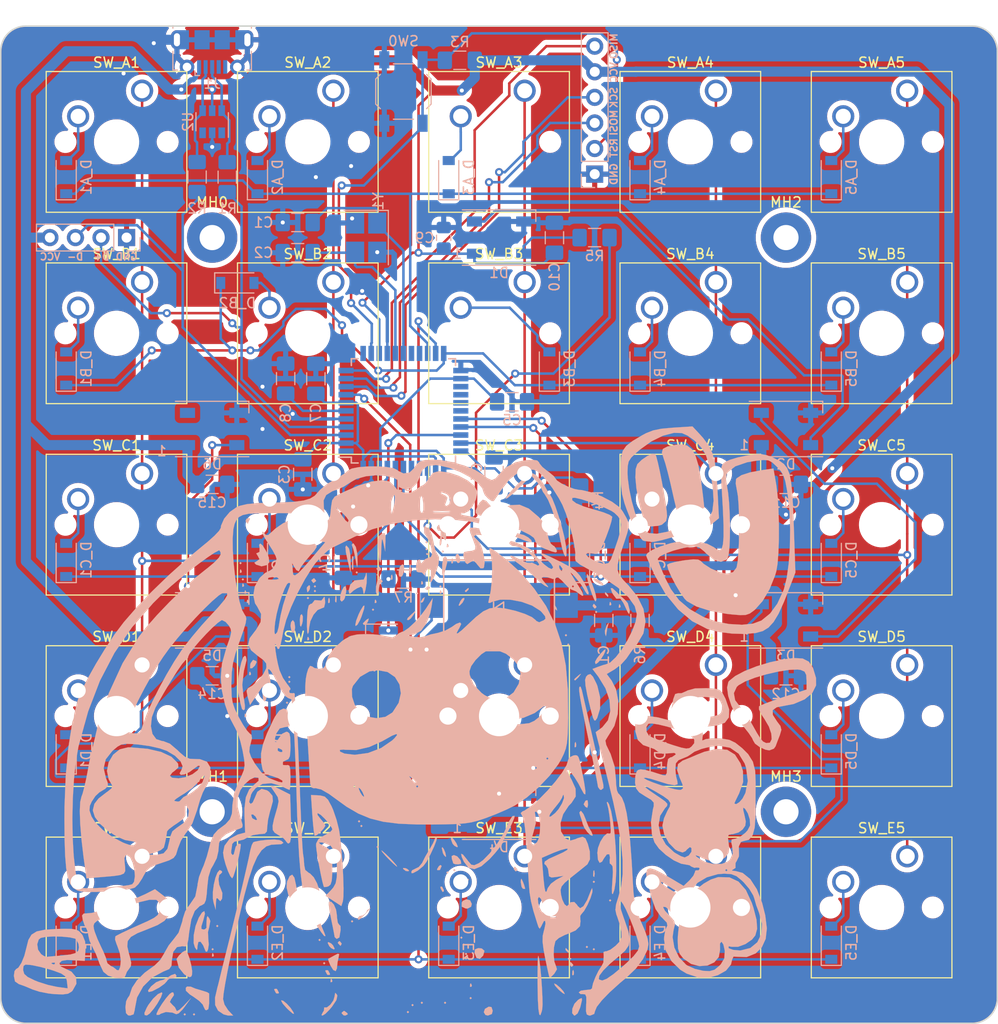
<source format=kicad_pcb>
(kicad_pcb (version 20221018) (generator pcbnew)
  (layers (0 "F.Cu" signal) (31 "B.Cu" signal) (34 "B.Paste" user) (35 "F.Paste" user) (36 "B.SilkS" user "B.Silkscreen") (37 "F.SilkS" user "F.Silkscreen") (38 "B.Mask" user) (39 "F.Mask" user) (44 "Edge.Cuts" user))
  (net 0 "")
  (net 1 "GND")
  (net 2 "XTAL1")
  (net 3 "XTAL2")
  (net 4 "VCC")
  (net 5 "Net-(C8-Pad1)")
  (net 6 "Net-(D1-Pad2)")
  (net 7 "Net-(D1-Pad4)")
  (net 8 "Net-(D2-Pad2)")
  (net 9 "Net-(D3-Pad2)")
  (net 10 "Net-(D4-Pad2)")
  (net 11 "Net-(D5-Pad2)")
  (net 12 "Net-(D6-Pad2)")
  (net 13 "RowA")
  (net 14 "Net-(D_A1-Pad2)")
  (net 15 "Net-(D_A2-Pad2)")
  (net 16 "Net-(D_A3-Pad2)")
  (net 17 "Net-(D_A4-Pad2)")
  (net 18 "Net-(D_A5-Pad2)")
  (net 19 "RowB")
  (net 20 "Net-(D_B1-Pad2)")
  (net 21 "Net-(D_B2-Pad2)")
  (net 22 "Net-(D_B3-Pad2)")
  (net 23 "Net-(D_B4-Pad2)")
  (net 24 "Net-(D_B5-Pad2)")
  (net 25 "RowC")
  (net 26 "Net-(D_C1-Pad2)")
  (net 27 "Net-(D_C2-Pad2)")
  (net 28 "Net-(D_C3-Pad2)")
  (net 29 "Net-(D_C4-Pad2)")
  (net 30 "Net-(D_C5-Pad2)")
  (net 31 "Net-(D_D1-Pad2)")
  (net 32 "RowD")
  (net 33 "Net-(D_D2-Pad2)")
  (net 34 "Net-(D_D3-Pad2)")
  (net 35 "Net-(D_D4-Pad2)")
  (net 36 "Net-(D_D5-Pad2)")
  (net 37 "Net-(D_E1-Pad2)")
  (net 38 "RowE")
  (net 39 "Net-(D_E2-Pad2)")
  (net 40 "Net-(D_E3-Pad2)")
  (net 41 "Net-(D_E4-Pad2)")
  (net 42 "Net-(D_E5-Pad2)")
  (net 43 "RST")
  (net 44 "MOSI")
  (net 45 "SCK")
  (net 46 "MISO")
  (net 47 "Net-(J1-Pad2)")
  (net 48 "Net-(J1-Pad4)")
  (net 49 "Net-(J1-Pad3)")
  (net 50 "D+")
  (net 51 "D-")
  (net 52 "Net-(R4-Pad2)")
  (net 53 "RGB")
  (net 54 "Col1")
  (net 55 "Col2")
  (net 56 "Col3")
  (net 57 "Col4")
  (net 58 "Col5")
  (net 59 "Net-(U1-Pad1)")
  (net 60 "Net-(U1-Pad12)")
  (net 61 "Net-(U1-Pad18)")
  (net 62 "Net-(U1-Pad19)")
  (net 63 "Net-(U1-Pad25)")
  (net 64 "Net-(U1-Pad26)")
  (net 65 "Net-(U1-Pad27)")
  (net 66 "Net-(U1-Pad28)")
  (net 67 "Net-(U1-Pad37)")
  (net 68 "Net-(U1-Pad38)")
  (net 69 "Net-(U1-Pad42)")
  (net 70 "Net-(U2-Pad1)")
  (net 71 "Net-(U2-Pad3)")
  (net 72 "Net-(BZ1-Pad1)")
  (net 73 "Net-(BZ1-Pad2)")
  (net 74 "SPEAKER")
  (footprint "Button_Switch_Keyboard:SW_Cherry_MX1A_1.00u_PCB" (layer "F.Cu") (at 81.54 53.92)
    (fp_text reference "SW_B2")
    (fp_text value "SW_Push")
  )
  (footprint "Button_Switch_Keyboard:SW_Cherry_MX1A_1.00u_PCB" (layer "F.Cu") (at 119.54 34.92)
    (fp_text reference "SW_A4")
    (fp_text value "SW_Push")
  )
  (footprint "MountingHole:MountingHole_2.5mm_Pad" (layer "F.Cu") (at 69.5 49.5)
    (fp_text reference "MH0")
    (fp_text value "MountingHole")
  )
  (footprint "MountingHole:MountingHole_2.5mm_Pad" (layer "F.Cu") (at 126.5 49.5)
    (fp_text reference "MH2")
    (fp_text value "MountingHole")
  )
  (footprint "MountingHole:MountingHole_2.5mm_Pad" (layer "F.Cu") (at 126.5 106.5)
    (fp_text reference "MH3")
    (fp_text value "MountingHole")
  )
  (footprint "MountingHole:MountingHole_2.5mm_Pad" (layer "F.Cu") (at 69.5 106.5)
    (fp_text reference "MH1")
    (fp_text value "MountingHole")
  )
  (footprint "Button_Switch_Keyboard:SW_Cherry_MX1A_1.00u_PCB" (layer "F.Cu") (at 100.54 34.92)
    (fp_text reference "SW_A3")
    (fp_text value "SW_Push")
  )
  (footprint "Button_Switch_Keyboard:SW_Cherry_MX1A_1.00u_PCB" (layer "F.Cu") (at 138.54 34.92)
    (fp_text reference "SW_A5")
    (fp_text value "SW_Push")
  )
  (footprint "Button_Switch_Keyboard:SW_Cherry_MX1A_1.00u_PCB" (layer "F.Cu") (at 62.54 53.92)
    (fp_text reference "SW_B1")
    (fp_text value "SW_Push")
  )
  (footprint "Button_Switch_Keyboard:SW_Cherry_MX1A_1.00u_PCB" (layer "F.Cu") (at 119.54 53.92)
    (fp_text reference "SW_B4")
    (fp_text value "SW_Push")
  )
  (footprint "Button_Switch_Keyboard:SW_Cherry_MX1A_1.00u_PCB" (layer "F.Cu") (at 62.54 72.92)
    (fp_text reference "SW_C1")
    (fp_text value "SW_Push")
  )
  (footprint "Button_Switch_Keyboard:SW_Cherry_MX1A_1.00u_PCB" (layer "F.Cu") (at 81.54 72.92)
    (fp_text reference "SW_C2")
    (fp_text value "SW_Push")
  )
  (footprint "Button_Switch_Keyboard:SW_Cherry_MX1A_1.00u_PCB" (layer "F.Cu") (at 100.54 72.92)
    (fp_text reference "SW_C3")
    (fp_text value "SW_Push")
  )
  (footprint "Button_Switch_Keyboard:SW_Cherry_MX1A_1.00u_PCB" (layer "F.Cu") (at 119.540001 72.92)
    (fp_text reference "SW_C4")
    (fp_text value "SW_Push")
  )
  (footprint "Button_Switch_Keyboard:SW_Cherry_MX1A_1.00u_PCB" (layer "F.Cu") (at 138.54 72.92)
    (fp_text reference "SW_C5")
    (fp_text value "SW_Push")
  )
  (footprint "Button_Switch_Keyboard:SW_Cherry_MX1A_1.00u_PCB" (layer "F.Cu") (at 62.54 91.92)
    (fp_text reference "SW_D1")
    (fp_text value "SW_Push")
  )
  (footprint "Button_Switch_Keyboard:SW_Cherry_MX1A_1.00u_PCB" (layer "F.Cu") (at 81.54 91.92)
    (fp_text reference "SW_D2")
    (fp_text value "SW_Push")
  )
  (footprint "Button_Switch_Keyboard:SW_Cherry_MX1A_1.00u_PCB" (layer "F.Cu") (at 100.54 91.92)
    (fp_text reference "SW_D3")
    (fp_text value "SW_Push")
  )
  (footprint "Button_Switch_Keyboard:SW_Cherry_MX1A_1.00u_PCB" (layer "F.Cu") (at 119.54 91.92)
    (fp_text reference "SW_D4")
    (fp_text value "SW_Push")
  )
  (footprint "Button_Switch_Keyboard:SW_Cherry_MX1A_1.00u_PCB" (layer "F.Cu") (at 138.54 91.92)
    (fp_text reference "SW_D5")
    (fp_text value "SW_Push")
  )
  (footprint "Button_Switch_Keyboard:SW_Cherry_MX1A_1.00u_PCB" (layer "F.Cu") (at 62.54 110.92)
    (fp_text reference "SW_E1")
    (fp_text value "SW_Push")
  )
  (footprint "Button_Switch_Keyboard:SW_Cherry_MX1A_1.00u_PCB" (layer "F.Cu") (at 81.54 110.92)
    (fp_text reference "SW_E2")
    (fp_text value "SW_Push")
  )
  (footprint "Button_Switch_Keyboard:SW_Cherry_MX1A_1.00u_PCB" (layer "F.Cu") (at 100.54 110.92)
    (fp_text reference "SW_E3")
    (fp_text value "SW_Push")
  )
  (footprint "Button_Switch_Keyboard:SW_Cherry_MX1A_1.00u_PCB" (layer "F.Cu") (at 119.54 110.92)
    (fp_text reference "SW_E4")
    (fp_text value "SW_Push")
  )
  (footprint "Button_Switch_Keyboard:SW_Cherry_MX1A_1.00u_PCB" (layer "F.Cu") (at 138.54 110.92)
    (fp_text reference "SW_E5")
    (fp_text value "SW_Push")
  )
  (footprint "Button_Switch_Keyboard:SW_Cherry_MX1A_1.00u_PCB" (layer "F.Cu") (at 62.54 34.92)
    (fp_text reference "SW_A1")
    (fp_text value "SW_Push")
  )
  (footprint "Button_Switch_Keyboard:SW_Cherry_MX1A_1.00u_PCB" (layer "F.Cu") (at 100.54 53.92)
    (fp_text reference "SW_B3")
    (fp_text value "SW_Push")
  )
  (footprint "Button_Switch_Keyboard:SW_Cherry_MX1A_1.00u_PCB" (layer "F.Cu") (at 138.54 53.92)
    (fp_text reference "SW_B5")
    (fp_text value "SW_Push")
  )
  (footprint "Button_Switch_Keyboard:SW_Cherry_MX1A_1.00u_PCB" (layer "F.Cu") (at 81.54 34.92)
    (fp_text reference "SW_A2")
    (fp_text value "SW_Push")
  )
  (footprint "Capacitor_SMD:C_1206_3216Metric_Pad1.42x1.75mm_HandSolder" (layer "B.Cu") (at 79.8 63.5125 90)
    (fp_text reference "C7")
    (fp_text value "10uF")
  )
  (footprint "Capacitor_SMD:C_1206_3216Metric_Pad1.42x1.75mm_HandSolder" (layer "B.Cu") (at 99.2875 65.8)
    (fp_text reference "C5")
    (fp_text value "0.1uF")
  )
  (footprint "Package_TO_SOT_SMD:SOT-23-6" (layer "B.Cu") (at 69.5 38 90)
    (fp_text reference "U2")
    (fp_text value "USBLC6-2SC6")
  )
  (footprint "Resistor_SMD:R_1206_3216Metric_Pad1.42x1.75mm_HandSolder" (layer "B.Cu") (at 71 43.5 90)
    (fp_text reference "R1")
    (fp_text value "22")
  )
  (footprint "Capacitor_SMD:C_1206_3216Metric_Pad1.42x1.75mm_HandSolder" (layer "B.Cu") (at 126.5 74)
    (fp_text reference "C11")
    (fp_text value "0.1uF")
  )
  (footprint "Resistor_SMD:R_1206_3216Metric_Pad1.42x1.75mm_HandSolder" (layer "B.Cu") (at 94.1 31.9 180)
    (fp_text reference "R3")
    (fp_text value "10K")
  )
  (footprint "Capacitor_SMD:C_1206_3216Metric_Pad1.42x1.75mm_HandSolder" (layer "B.Cu") (at 103.5 49.5125 90)
    (fp_text reference "C10")
    (fp_text value "0.1uF")
  )
  (footprint "Capacitor_SMD:C_1206_3216Metric_Pad1.42x1.75mm_HandSolder" (layer "B.Cu") (at 78.5 73 -90)
    (fp_text reference "C3")
    (fp_text value "1uF")
  )
  (footprint "Capacitor_SMD:C_1206_3216Metric_Pad1.42x1.75mm_HandSolder" (layer "B.Cu") (at 76.8 63.5 90)
    (fp_text reference "C8")
    (fp_text value "1uF")
  )
  (footprint "Crystal:Crystal_SMD_SeikoEpson_FA238-4Pin_3.2x2.5mm_HandSoldering" (layer "B.Cu") (at 84.8 49.5 -90)
    (fp_text reference "Y1")
    (fp_text value "Crystal_GND24")
  )
  (footprint "Capacitor_SMD:C_1206_3216Metric_Pad1.42x1.75mm_HandSolder" (layer "B.Cu") (at 78 48)
    (fp_text reference "C1")
    (fp_text value "22pF")
  )
  (footprint "Capacitor_SMD:C_1206_3216Metric_Pad1.42x1.75mm_HandSolder" (layer "B.Cu") (at 78 51 180)
    (fp_text reference "C2")
    (fp_text value "22pF")
  )
  (footprint "Capacitor_SMD:C_1206_3216Metric_Pad1.42x1.75mm_HandSolder" (layer "B.Cu") (at 69.5 93)
    (fp_text reference "C14")
    (fp_text value "0.1uF")
  )
  (footprint "LED_SMD:LED_WS2812B_PLCC4_5.0x5.0mm_P3.2mm" (layer "B.Cu") (at 69.5 87.5)
    (fp_text reference "D5")
    (fp_text value "WS2812B")
  )
  (footprint "LED_SMD:LED_WS2812B_PLCC4_5.0x5.0mm_P3.2mm" (layer "B.Cu") (at 126.5 87.5)
    (fp_text reference "D3")
    (fp_text value "WS2812B")
  )
  (footprint "Capacitor_SMD:C_1206_3216Metric_Pad1.42x1.75mm_HandSolder" (layer "B.Cu") (at 92.1 106.5 90)
    (fp_text reference "C13")
    (fp_text value "0.1uF")
  )
  (footprint "Resistor_SMD:R_1206_3216Metric_Pad1.42x1.75mm_HandSolder" (layer "B.Cu") (at 68 43.4875 90)
    (fp_text reference "R2")
    (fp_text value "22")
  )
  (footprint "Diode_SMD:D_SOD-123" (layer "B.Cu") (at 55 43.5 90)
    (fp_text reference "D_A1")
    (fp_text value "D")
  )
  (footprint "Diode_SMD:D_SOD-123" (layer "B.Cu") (at 93 43.5 90)
    (fp_text reference "D_A3")
    (fp_text value "D")
  )
  (footprint "Diode_SMD:D_SOD-123" (layer "B.Cu") (at 74 43.5 90)
    (fp_text reference "D_A2")
    (fp_text value "D")
  )
  (footprint "Diode_SMD:D_SOD-123" (layer "B.Cu") (at 103 62.5 90)
    (fp_text reference "D_B3")
    (fp_text value "D")
  )
  (footprint "Diode_SMD:D_SOD-123" (layer "B.Cu") (at 131 119.5 90)
    (fp_text reference "D_E5")
    (fp_text value "D")
  )
  (footprint "Diode_SMD:D_SOD-123" (layer "B.Cu") (at 131 62.5 90)
    (fp_text reference "D_B5")
    (fp_text value "D")
  )
  (footprint "Connector_USB:USB_Micro-B_Molex-105017-0001" (layer "B.Cu") (at 69.5 31.1)
    (fp_text reference "J1")
    (fp_text value "USB_B_Micro")
  )
  (footprint "Resistor_SMD:R_1206_3216Metric_Pad1.42x1.75mm_HandSolder" (layer "B.Cu") (at 107.4875 49.5)
    (fp_text reference "R5")
    (fp_text value "470")
  )
  (footprint "Capacitor_SMD:C_0805_2012Metric_Pad1.15x1.40mm_HandSolder" (layer "B.Cu") (at 92.5 49.525 90)
    (fp_text reference "C9")
    (fp_text value "47uF")
  )
  (footprint "Connector_PinHeader_2.54mm:PinHeader_1x04_P2.54mm_Vertical" (layer "B.Cu") (at 61 49.5 90)
    (fp_text reference "J1A1")
    (fp_text value "Conn_01x04")
  )
  (footprint "Capacitor_SMD:C_1206_3216Metric_Pad1.42x1.75mm_HandSolder" (layer "B.Cu") (at 108.4 87.5 -90)
    (fp_text reference "C16")
    (fp_text value "10uF")
  )
  (footprint "Resistor_SMD:R_1206_3216Metric_Pad1.42x1.75mm_HandSolder" (layer "B.Cu") (at 88.5 83.4)
    (fp_text reference "R7")
    (fp_text value "10K")
  )
  (footprint "Package_TO_SOT_SMD:SOT-23_Handsoldering" (layer "B.Cu") (at 85.5 89.45 180)
    (fp_text reference "Q1")
    (fp_text value "2N7002")
  )
  (footprint "Resistor_SMD:R_1206_3216Metric_Pad1.42x1.75mm_HandSolder" (layer "B.Cu") (at 112 87.5 -90)
    (fp_text reference "R6")
    (fp_text value "470")
  )
  (footprint "Fate_Parts:Buzzer_AST1109MLTRQ" (layer "B.Cu") (at 98 86 90)
    (fp_text reference "BZ1")
    (fp_text value "Buzzer")
  )
  (footprint "Diode_SMD:D_SOD-123" (layer "B.Cu") (at 106 81.5 90)
    (fp_text reference "D_C3")
    (fp_text value "D")
  )
  (footprint "Resistor_SMD:R_1206_3216Metric_Pad1.42x1.75mm_HandSolder" (layer "B.Cu") (at 106 75.5875 90)
    (fp_text reference "R4")
    (fp_text value "10K")
  )
  (footprint "Capacitor_SMD:C_1206_3216Metric_Pad1.42x1.75mm_HandSolder" (layer "B.Cu") (at 82.55 81.788 -90)
    (fp_text reference "C4")
    (fp_text value "0.1uF")
  )
  (footprint "Capacitor_SMD:C_1206_3216Metric_Pad1.42x1.75mm_HandSolder" (layer "B.Cu") (at 97.5 72.8125 90)
    (fp_text reference "C6")
    (fp_text value "0.1uF")
  )
  (footprint "Capacitor_SMD:C_1206_3216Metric_Pad1.42x1.75mm_HandSolder" (layer "B.Cu") (at 126.5 93)
    (fp_text reference "C12")
    (fp_text value "0.1uF")
  )
  (footprint "Capacitor_SMD:C_1206_3216Metric_Pad1.42x1.75mm_HandSolder" (layer "B.Cu") (at 69.5 74)
    (fp_text reference "C15")
    (fp_text value "0.1uF")
  )
  (footprint "LED_SMD:LED_WS2812B_PLCC4_5.0x5.0mm_P3.2mm" (layer "B.Cu") (at 98 49.5)
    (fp_text reference "D1")
    (fp_text value "WS2812B")
  )
  (footprint "LED_SMD:LED_WS2812B_PLCC4_5.0x5.0mm_P3.2mm" (layer "B.Cu") (at 126.5 68.5)
    (fp_text reference "D2")
    (fp_text value "WS2812B")
  )
  (footprint "LED_SMD:LED_WS2812B_PLCC4_5.0x5.0mm_P3.2mm" (layer "B.Cu") (at 98 106.5)
    (fp_text reference "D4")
    (fp_text value "WS2812B")
  )
  (footprint "LED_SMD:LED_WS2812B_PLCC4_5.0x5.0mm_P3.2mm" (layer "B.Cu") (at 69.5 68.5)
    (fp_text reference "D6")
    (fp_text value "WS2812B")
  )
  (footprint "Diode_SMD:D_SOD-123" (layer "B.Cu") (at 112 43.5 90)
    (fp_text reference "D_A4")
    (fp_text value "D")
  )
  (footprint "Diode_SMD:D_SOD-123" (layer "B.Cu") (at 131 43.5 90)
    (fp_text reference "D_A5")
    (fp_text value "D")
  )
  (footprint "Diode_SMD:D_SOD-123" (layer "B.Cu") (at 55 62.5 90)
    (fp_text reference "D_B1")
    (fp_text value "D")
  )
  (footprint "Diode_SMD:D_SOD-123" (layer "B.Cu") (at 72 54)
    (fp_text reference "D_B2")
    (fp_text value "D")
  )
  (footprint "Diode_SMD:D_SOD-123" (layer "B.Cu") (at 112 62.5 90)
    (fp_text reference "D_B4")
    (fp_text value "D")
  )
  (footprint "Diode_SMD:D_SOD-123" (layer "B.Cu") (at 55 81.5 90)
    (fp_text reference "D_C1")
    (fp_text value "D")
  )
  (footprint "Diode_SMD:D_SOD-123" (layer "B.Cu") (at 74 81.5 90)
    (fp_text reference "D_C2")
    (fp_text value "D")
  )
  (footprint "Diode_SMD:D_SOD-123" (layer "B.Cu") (at 112 81.5 90)
    (fp_text reference "D_C4")
    (fp_text value "D")
  )
  (footprint "Diode_SMD:D_SOD-123" (layer "B.Cu") (at 131 81.5 90)
    (fp_text reference "D_C5")
    (fp_text value "D")
  )
  (footprint "Diode_SMD:D_SOD-123" (layer "B.Cu") (at 55 100.5 90)
    (fp_text reference "D_D1")
    (fp_text value "D")
  )
  (footprint "Diode_SMD:D_SOD-123" (layer "B.Cu") (at 74 100.5 90)
    (fp_text reference "D_D2")
    (fp_text value "D")
  )
  (footprint "Diode_SMD:D_SOD-123" (layer "B.Cu") (at 93 100.5 90)
    (fp_text reference "D_D3")
    (fp_text value "D")
  )
  (footprint "Diode_SMD:D_SOD-123" (layer "B.Cu") (at 112 100.5 90)
    (fp_text reference "D_D4")
    (fp_text value "D")
  )
  (footprint "Diode_SMD:D_SOD-123" (layer "B.Cu") (at 131 100.5 90)
    (fp_text reference "D_D5")
    (fp_text value "D")
  )
  (footprint "Diode_SMD:D_SOD-123" (layer "B.Cu") (at 55 119.5 90)
    (fp_text reference "D_E1")
    (fp_text value "D")
  )
  (footprint "Diode_SMD:D_SOD-123" (layer "B.Cu") (at 74 119.5 90)
    (fp_text reference "D_E2")
    (fp_text value "D")
  )
  (footprint "Diode_SMD:D_SOD-123" (layer "B.Cu") (at 93 119.5 90)
    (fp_text reference "D_E3")
    (fp_text value "D")
  )
  (footprint "Diode_SMD:D_SOD-123" (layer "B.Cu") (at 112 119.5 90)
    (fp_text reference "D_E4")
    (fp_text value "D")
  )
  (footprint "Connector_PinHeader_2.54mm:PinHeader_1x06_P2.54mm_Vertical" (layer "B.Cu") (at 107.5 43.2)
    (fp_text reference "J0")
    (fp_text value "Conn_01x06")
  )
  (footprint "Button_Switch_SMD:SW_SPST_TL3342" (layer "B.Cu") (at 88.5 35 -90)
    (fp_text reference "SW0")
    (fp_text value "SW_Push")
  )
  (footprint "Package_QFP:TQFP-44_10x10mm_P0.8mm" (layer "B.Cu") (at 88.5 66.7)
    (fp_text reference "U1")
    (fp_text value "ATmega32U4-AU")
  )
  (footprint "Fate_Parts:Komi" (layer "B.Cu") (at 89.75 96.25 180)
    (fp_text reference "G***" hide)
    (fp_text value "LOGO" hide)
  )
  (gr_line (start 48.5 125) (end 48.5 31) (stroke (width 0.15)) (layer "Edge.Cuts"))
  (gr_arc (start 145 28.5) (mid 146.767767 29.232233) (end 147.5 31) (stroke (width 0.15)) (layer "Edge.Cuts"))
  (gr_line (start 51 28.5) (end 145 28.5) (stroke (width 0.15)) (layer "Edge.Cuts"))
  (gr_arc (start 147.5 125) (mid 146.767767 126.767767) (end 145 127.5) (stroke (width 0.15)) (layer "Edge.Cuts"))
  (gr_arc (start 51 127.5) (mid 49.232233 126.767767) (end 48.5 125) (stroke (width 0.15)) (layer "Edge.Cuts"))
  (gr_line (start 51 127.5) (end 145 127.5) (stroke (width 0.15)) (layer "Edge.Cuts"))
  (gr_arc (start 48.5 31) (mid 49.232233 29.232233) (end 51 28.5) (stroke (width 0.15)) (layer "Edge.Cuts"))
  (gr_line (start 147.5 125) (end 147.5 31) (stroke (width 0.15)) (layer "Edge.Cuts"))
  (gr_text "MISO" (at 109.4 30.5 90) (layer "B.SilkS") (effects (font (size 0.7 0.7)) (justify mirror)))
  (gr_text "D-" (at 55.9 51.4) (layer "B.SilkS") (effects (font (size 0.7 0.7)) (justify mirror)))
  (gr_text "GND" (at 61 51.4) (layer "B.SilkS") (effects (font (size 0.7 0.7)) (justify mirror)))
  (gr_text "VCC" (at 109.4 33.1 90) (layer "B.SilkS") (effects (font (size 0.7 0.7)) (justify mirror)))
  (gr_text "SCK" (at 109.4 35.6 90) (layer "B.SilkS") (effects (font (size 0.7 0.7)) (justify mirror)))
  (gr_text "D+" (at 58.5 51.4) (layer "B.SilkS") (effects (font (size 0.7 0.7)) (justify mirror)))
  (gr_text "GND" (at 109.4 43.2 90) (layer "B.SilkS") (effects (font (size 0.7 0.7)) (justify mirror)))
  (gr_text "RST" (at 109.4 40.6 90) (layer "B.SilkS") (effects (font (size 0.7 0.7)) (justify mirror)))
  (gr_text "MOSI" (at 109.4 38.1 90) (layer "B.SilkS") (effects (font (size 0.7 0.7)) (justify mirror)))
  (gr_text "VCC" (at 53.4 51.4) (layer "B.SilkS") (effects (font (size 0.7 0.7)) (justify mirror)))
  (segment (start 74.5 68.5) (end 74.5 64.3) (width 1) (layer "F.Cu") (net 1))
  (segment (start 84.4 54.8) (end 84.4 52.45) (width 0.25) (layer "F.Cu") (net 1))
  (segment (start 71 93) (end 71 97) (width 0.25) (layer "F.Cu") (net 1))
  (segment (start 76 67) (end 74.5 68.5) (width 0.25) (layer "F.Cu") (net 1))
  (segment (start 79.8 43.5) (end 79.8 44.7125) (width 1) (layer "F.Cu") (net 1))
  (segment (start 84.4 52.45) (end 85.9 50.95) (width 0.25) (layer "F.Cu") (net 1))
  (segment (start 60.7 33.2) (end 63.7 30.2) (width 1) (layer "F.Cu") (net 1))
  (segment (start 79.8 44.7125) (end 76.5125 48) (width 1) (layer "F.Cu") (net 1))
  (segment (start 77.5 67) (end 76 67) (width 0.25) (layer "F.Cu") (net 1))
  (via (at 103 74.8) (size 0.8) (drill 0.4) (layers "F.Cu" "B.Cu") (net 1))
  (via (at 76.5125 48) (size 0.8) (drill 0.4) (layers "F.Cu" "B.Cu") (net 1))
  (via (at 85.9 50.95) (size 0.8) (drill 0.4) (layers "F.Cu" "B.Cu") (net 1))
  (via (at 71 97) (size 0.8) (drill 0.4) (layers "F.Cu" "B.Cu") (net 1))
  (via (at 77.5 67) (size 0.8) (drill 0.4) (layers "F.Cu" "B.Cu") (net 1))
  (via (at 83.3 42.4) (size 0.8) (drill 0.4) (layers "F.Cu" "B.Cu") (net 1))
  (via (at 71 93) (size 0.8) (drill 0.4) (layers "F.Cu" "B.Cu") (net 1))
  (via (at 60.7 33.2) (size 0.8) (drill 0.4) (layers "F.Cu" "B.Cu") (net 1))
  (via (at 74.5 68.5) (size 0.8) (drill 0.4) (layers "F.Cu" "B.Cu") (net 1))
  (via (at 74.5 64.3) (size 0.8) (drill 0.4) (layers "F.Cu" "B.Cu") (net 1))
  (via (at 69.5 40.5) (size 0.8) (drill 0.4) (layers "F.Cu" "B.Cu") (net 1))
  (via (at 63.7 30.2) (size 0.8) (drill 0.4) (layers "F.Cu" "B.Cu") (net 1))
  (via (at 85 74.1) (size 0.8) (drill 0.4) (layers "F.Cu" "B.Cu") (net 1))
  (via (at 84.4 54.8) (size 0.8) (drill 0.4) (layers "F.Cu" "B.Cu") (net 1))
  (via (at 98 104.7) (size 0.8) (drill 0.4) (layers "F.Cu" "B.Cu") (net 1))
  (via (at 78.5 74.5) (size 0.8) (drill 0.4) (layers "F.Cu" "B.Cu") (net 1))
  (via (at 79.8 43.5) (size 0.8) (drill 0.4) (layers "F.Cu" "B.Cu") (net 1))
  (via (at 83.4 47.6) (size 0.8) (drill 0.4) (layers "F.Cu" "B.Cu") (net 1))
  (segment (start 91.7 71.4) (end 91.7 72.4) (width 0.25) (layer "B.Cu") (net 1))
  (segment (start 84.487729 54.8) (end 84.4 54.8) (width 0.25) (layer "B.Cu") (net 1))
  (segment (start 99.7714 65.8) (end 99.9625 65.8) (width 0.25) (layer "B.Cu") (net 1))
  (segment (start 78 67.5) (end 77.5 67) (width 0.25) (layer "B.Cu") (net 1))
  (segment (start 85.3 71.4) (end 85.475001 71.224999) (width 0.25) (layer "B.Cu") (net 1))
  (segment (start 86.9 57.212271) (end 84.487729 54.8) (width 0.25) (layer "B.Cu") (net 1))
  (segment (start 66.6 29.8625) (end 64.0375 29.8625) (width 1) (layer "B.Cu") (net 1))
  (segment (start 80.9 42.4) (end 83.3 42.4) (width 1) (layer "B.Cu") (net 1))
  (segment (start 85.3 72.4) (end 85.3 73.8) (width 0.25) (layer "B.Cu") (net 1))
  (segment (start 85.3 72.4) (end 85.3 71.4) (width 0.25) (layer "B.Cu") (net 1))
  (segment (start 86.9 61) (end 86.9 57.212271) (width 0.25) (layer "B.Cu") (net 1))
  (segment (start 72.9 66.9) (end 74.5 68.5) (width 1) (layer "B.Cu") (net 1))
  (segment (start 79.8 43.5) (end 80.9 42.4) (width 1) (layer "B.Cu") (net 1))
  (segment (start 69.5 39.1) (end 69.5 40.5) (width 0.25) (layer "B.Cu") (net 1))
  (segment (start 94.2 62.7) (end 96.6714 62.7) (width 0.25) (layer "B.Cu") (net 1))
  (segment (start 71.95 66.9) (end 72.9 66.9) (width 1) (layer "B.Cu") (net 1))
  (segment (start 83.35 48.4) (end 83.5 48.4) (width 0.25) (layer "B.Cu") (net 1))
  (segment (start 91.524999 71.224999) (end 91.7 71.4) (width 0.25) (layer "B.Cu") (net 1))
  (segment (start 85.3 73.8) (end 85 74.1) (width 0.25) (layer "B.Cu") (net 1))
  (segment (start 64.0375 29.8625) (end 63.7 30.2) (width 1) (layer "B.Cu") (net 1))
  (segment (start 96.6714 62.7) (end 99.7714 65.8) (width 0.25) (layer "B.Cu") (net 1))
  (segment (start 82.8 67.5) (end 78 67.5) (width 0.25) (layer "B.Cu") (net 1))
  (segment (start 99.9625 65.8) (end 100.775 65.8) (width 0.25) (layer "B.Cu") (net 1))
  (segment (start 85.475001 71.224999) (end 91.524999 71.224999) (width 0.25) (layer "B.Cu") (net 1))
  (segment (start 85.9 48.2) (end 88.5 50.8) (width 0.25) (layer "B.Cu") (net 2))
  (segment (start 85.9 48.05) (end 85.9 48.2) (width 0.25) (layer "B.Cu") (net 2))
  (segment (start 85.9 46.75) (end 85.9 48.05) (width 0.25) (layer "B.Cu") (net 2))
  (segment (start 88.5 50.8) (end 88.5 60) (width 0.25) (layer "B.Cu") (net 2))
  (segment (start 88.5 60) (end 88.5 61) (width 0.25) (layer "B.Cu") (net 2))
  (segment (start 80.912501 46.574999) (end 85.724999 46.574999) (width 0.25) (layer "B.Cu") (net 2))
  (segment (start 79.4875 48) (end 80.912501 46.574999) (width 0.25) (layer "B.Cu") (net 2))
  (segment (start 85.724999 46.574999) (end 85.9 46.75) (width 0.25) (layer "B.Cu") (net 2))
  (segment (start 83.875001 52.425001) (end 83.7 52.25) (width 0.25) (layer "B.Cu") (net 3))
  (segment (start 87.7 54.725001) (end 85.4 52.425001) (width 0.25) (layer "B.Cu") (net 3))
  (segment (start 85.4 52.425001) (end 83.875001 52.425001) (width 0.25) (layer "B.Cu") (net 3))
  (segment (start 83.65 51) (end 83.7 50.95) (width 0.25) (layer "B.Cu") (net 3))
  (segment (start 87.7 61) (end 87.7 54.725001) (width 0.25) (layer "B.Cu") (net 3))
  (segment (start 79.4875 51) (end 83.65 51) (width 0.25) (layer "B.Cu") (net 3))
  (segment (start 83.7 52.25) (end 83.7 50.95) (width 0.25) (layer "B.Cu") (net 3))
  (segment (start 91.5 34.9) (end 91.269999 34.669999) (width 1) (layer "F.Cu") (net 4))
  (segment (start 72.019502 34.8) (end 70.065685 34.8) (width 1) (layer "F.Cu") (net 4))
  (segment (start 126.5 77) (end 121.5 82) (width 1) (layer "F.Cu") (net 4))
  (segment (start 88.5 31.9) (end 74.919502 31.9) (width 1) (layer "F.Cu") (net 4))
  (segment (start 70.065685 34.8) (end 69.5 34.8) (width 1) (layer "F.Cu") (net 4))
  (segment (start 74.919502 31.9) (end 72.019502 34.8) (width 1) (layer "F.Cu") (net 4))
  (segment (start 107.5 101) (end 102 106.5) (width 1) (layer "F.Cu") (net 4))
  (segment (start 94.3 34.9) (end 91.5 34.9) (width 1) (layer "F.Cu") (net 4))
  (segment (start 90.000011 36.399989) (end 91.5 34.9) (width 0.25) (layer "F.Cu") (net 4))
  (segment (start 91.269999 34.669999) (end 88.5 31.9) (width 1) (layer "F.Cu") (net 4))
  (segment (start 131.1 72.4) (end 126.5 77) (width 1) (layer "F.Cu") (net 4))
  (segment (start 66.4375 34.8) (end 69.5 34.8) (width 1) (layer "F.Cu") (net 4))
  (segment (start 90.000011 51) (end 90.000011 36.399989) (width 0.25) (layer "F.Cu") (net 4))
  (segment (start 89.400003 51) (end 90.000011 51) (width 0.25) (layer "F.Cu") (net 4))
  (segment (start 107.5 100.6) (end 107.5 101) (width 1) (layer "F.Cu") (net 4))
  (segment (start 121.5 82) (end 121.5 85) (width 1) (layer "F.Cu") (net 4))
  (segment (start 84.433365 55.966638) (end 89.400003 51) (width 0.25) (layer "F.Cu") (net 4))
  (via (at 131.1 72.4) (size 0.8) (drill 0.4) (layers "F.Cu" "B.Cu") (net 4))
  (via (at 107.5 100.6) (size 0.8) (drill 0.4) (layers "F.Cu" "B.Cu") (net 4))
  (via (at 84.433365 55.966638) (size 0.8) (drill 0.4) (layers "F.Cu" "B.Cu") (net 4))
  (via (at 121.5 85) (size 0.8) (drill 0.4) (layers "F.Cu" "B.Cu") (net 4))
  (via (at 69.5 34.8) (size 0.8) (drill 0.4) (layers "F.Cu" "B.Cu") (net 4))
  (via (at 66.4375 34.8) (size 0.8) (drill 0.4) (layers "F.Cu" "B.Cu") (net 4))
  (via (at 94.3 34.9) (size 0.8) (drill 0.4) (layers "F.Cu" "B.Cu") (net 4))
  (via (at 90.000011 51) (size 0.8) (drill 0.4) (layers "F.Cu" "B.Cu") (net 4))
  (via (at 102 106.5) (size 0.8) (drill 0.4) (layers "F.Cu" "B.Cu") (net 4))
  (via (at 126.5 77) (size 0.8) (drill 0.4) (layers "F.Cu" "B.Cu") (net 4))
  (segment (start 121.5 85) (end 119.837998 85) (width 1) (layer "B.Cu") (net 4))
  (segment (start 82.8 65.9) (end 80.7 65.9) (width 0.25) (layer "B.Cu") (net 4))
  (segment (start 51 49.5) (end 51 35) (width 1) (layer "B.Cu") (net 4))
  (segment (start 95.55 51.85) (end 95.725001 52.025001) (width 0.25) (layer "B.Cu") (net 4))
  (segment (start 68.2 33.249502) (end 68.2 32.5625) (width 0.3) (layer "B.Cu") (net 4))
  (segment (start 83.975001 66.075001) (end 83.975001 69.724999) (width 0.25) (layer "B.Cu") (net 4))
  (segment (start 125.600001 87.799999) (end 125.600001 84.759999) (width 1) (layer "B.Cu") (net 4))
  (segment (start 83.8 65.9) (end 82.8 65.9) (width 0.25) (layer "B.Cu") (net 4))
  (segment (start 95.5875 33.6125) (end 94.3 34.9) (width 1) (layer "B.Cu") (net 4))
  (segment (start 68.8 87.6) (end 73.140002 87.6) (width 1) (layer "B.Cu") (net 4))
  (segment (start 121.899999 84.600001) (end 121.5 85) (width 1) (layer "B.Cu") (net 4))
  (segment (start 112.771347 89.758847) (end 113.720849 89.758847) (width 1) (layer "B.Cu") (net 4))
  (segment (start 125.0125 74) (end 125.0125 75.5125) (width 1) (layer "B.Cu") (net 4))
  (segment (start 102.728653 51.771347) (end 103.5 51) (width 0.25) (layer "B.Cu") (net 4))
  (segment (start 95.5 63.5) (end 94.2 63.5) (width 0.25) (layer "B.Cu") (net 4))
  (segment (start 106.36 31.9) (end 107.5 33.04) (width 1) (layer "B.Cu") (net 4))
  (segment (start 111.602003 33.019999) (end 139.452001 33.019999) (width 1) (layer "B.Cu") (net 4))
  (segment (start 86.1 57.633273) (end 84.433365 55.966638) (width 0.25) (layer "B.Cu") (net 4))
  (segment (start 86.2 68.447002) (end 86.2 70.674989) (width 0.25) (layer "B.Cu") (net 4))
  (segment (start 95.55 51.1) (end 95.55 51.85) (width 0.25) (layer "B.Cu") (net 4))
  (segment (start 82.55 80.3005) (end 82.55 74.35) (width 0.25) (layer "B.Cu") (net 4))
  (segment (start 91.774989 70.674989) (end 92.5 71.4) (width 0.25) (layer "B.Cu") (net 4))
  (segment (start 83.975 73.4) (end 84.5 72.875) (width 0.25) (layer "B.Cu") (net 4))
  (segment (start 82.55 74.35) (end 83.5 73.4) (width 0.25) (layer "B.Cu") (net 4))
  (segment (start 125.440001 84.599999) (end 121.900001 84.599999) (width 1) (layer "B.Cu") (net 4))
  (segment (start 82.8 69.9) (end 83.8 69.9) (width 0.25) (layer "B.Cu") (net 4))
  (segment (start 84.5 70.6) (end 84.5 71.4) (width 0.25) (layer "B.Cu") (net 4))
  (segment (start 68.783847 93.771347) (end 68.0125 93) (width 1) (layer "B.Cu") (net 4))
  (segment (start 125.0125 75.5125) (end 126.5 77) (width 1) (layer "B.Cu") (net 4))
  (segment (start 68.0125 74) (end 70.5 71.5125) (width 1) (layer "B.Cu") (net 4))
  (segment (start 67.843501 33.606001) (end 68.2 33.249502) (width 0.3) (layer "B.Cu") (net 4))
  (segment (start 121.900001 84.599999) (end 121.899999 84.600001) (width 1) (layer "B.Cu") (net 4))
  (segment (start 97.5 74.3) (end 95.6 72.4) (width 0.25) (layer "B.Cu") (net 4))
  (segment (start 95.5875 31.9) (end 106.36 31.9) (width 1) (layer "B.Cu") (net 4))
  (segment (start 114.4 90.437998) (end 107.5 97.337998) (width 1) (layer "B.Cu") (net 4))
  (segment (start 83.8 65.9) (end 83.975001 66.075001) (width 0.25) (layer "B.Cu") (net 4))
  (segment (start 65.232002 34.8) (end 66.4375 34.8) (width 1) (layer "B.Cu") (net 4))
  (segment (start 102 106.5) (end 97.15 106.5) (width 1) (layer "B.Cu") (net 4))
  (segment (start 107.5 33.04) (end 111.582002 33.04) (width 1) (layer "B.Cu") (net 4))
  (segment (start 67.612001 33.837501) (end 67.843501 33.606001) (width 0.5) (layer "B.Cu") (net 4))
  (segment (start 142.730001 60.769999) (end 131.1 72.4) (width 1) (layer "B.Cu") (net 4))
  (segment (start 53.38 49.5) (end 51 49.5) (width 1) (layer "B.Cu") (net 4))
  (segment (start 124.05 73.0375) (end 125.0125 74) (width 1) (layer "B.Cu") (net 4))
  (segment (start 124.3 89.1) (end 125.600001 87.799999) (width 1) (layer "B.Cu") (net 4))
  (segment (start 92.5 51.1) (end 90.100011 51.1) (width 0.25) (layer "B.Cu") (net 4))
  (segment (start 92.1 107.9875) (end 95.4375 107.9875) (width 1) (layer "B.Cu") (net 4))
  (segment (start 124.05 70.1) (end 124.05 73.0375) (width 1) (layer "B.Cu") (net 4))
  (segment (start 78.5 71.5125) (end 80.1125 69.9) (width 0.25) (layer "B.Cu") (net 4))
  (segment (start 113.720849 89.758847) (end 114.4 90.437998) (width 1) (layer "B.Cu") (net 4))
  (segment (start 125.0125 90.0625) (end 124.05 89.1) (width 1) (layer "B.Cu") (net 4))
  (segment (start 73.500001 93.059941) (end 71.884932 94.67501) (width 1) (layer "B.Cu") (net 4))
  (segment (start 92.5 71.4) (end 92.5 72.4) (width 0.25) (layer "B.Cu") (net 4))
  (segment (start 95.55 51.1) (end 92.5 51.1) (width 0.25) (layer "B.Cu") (net 4))
  (segment (start 102.474999 52.025001) (end 102.728653 51.771347) (width 0.25) (layer "B.Cu") (net 4))
  (segment (start 125.600001 84.759999) (end 125.440001 84.599999) (width 1) (layer "B.Cu") (net 4))
  (segment (start 65.3 89.1) (end 67.05 89.1) (width 1) (layer "B.Cu") (net 4))
  (segment (start 112 88.9875) (end 112.771347 89.758847) (width 1) (layer "B.Cu") (net 4))
  (segment (start 61.432002 31) (end 65.232002 34.8) (width 1) (layer "B.Cu") (net 4))
  (segment (start 67.05 70.1) (end 53.1 70.1) (width 1) (layer "B.Cu") (net 4))
  (segment (start 83.8 69.9) (end 84.5 70.6) (width 0.25) (layer "B.Cu") (net 4))
  (segment (start 73.140002 87.6) (end 73.500001 87.959999) (width 1) (layer "B.Cu") (net 4))
  (segment (start 69.5 34.8) (end 69.5 36.9) (width 0.25) (layer "B.Cu") (net 4))
  (segment (start 53.1 70.1) (end 51 68) (width 1) (layer "B.Cu") (net 4))
  (segment (start 51 81.640002) (end 58.459998 89.1) (width 1) (layer "B.Cu") (net 4))
  (segment (start 111.582002 33.04) (end 111.602003 33.019999) (width 1) (layer "B.Cu") (net 4))
  (segment (start 51 68) (end 51 49.5) (width 1) (layer "B.Cu") (net 4))
  (segment (start 83.975001 69.724999) (end 83.8 69.9) (width 0.25) (layer "B.Cu") (net 4))
  (segment (start 90.100011 51.1) (end 90.000011 51) (width 0.25) (layer "B.Cu") (net 4))
  (segment (start 83.5 73.4) (end 83.975 73.4) (width 0.25) (layer "B.Cu") (net 4))
  (segment (start 67.05 70.1) (end 67.05 73.0375) (width 1) (layer "B.Cu") (net 4))
  (segment (start 68.0125 73.5375) (end 68.0125 74) (width 0.25) (layer "B.Cu") (net 4))
  (segment (start 84.5 72.875) (end 84.5 72.4) (width 0.25) (layer "B.Cu") (net 4))
  (segment (start 67.399999 33.837501) (end 67.612001 33.837501) (width 0.5) (layer "B.Cu") (net 4))
  (segment (start 55 31) (end 61.432002 31) (width 1) (layer "B.Cu") (net 4))
  (segment (start 142.730001 36.297999) (end 142.730001 60.769999) (width 1) (layer "B.Cu") (net 4))
  (segment (start 125.0125 93) (end 125.0125 90.0625) (width 1) (layer "B.Cu") (net 4))
  (segment (start 67.05 89.1) (end 67.3 89.1) (width 1) (layer "B.Cu") (net 4))
  (segment (start 107.5 97.337998) (end 107.5 100.6) (width 1) (layer "B.Cu") (net 4))
  (segment (start 80.7 65.9) (end 79.8 65) (width 0.25) (layer "B.Cu") (net 4))
  (segment (start 84.5 71.4) (end 85.225011 70.674989) (width 0.25) (layer "B.Cu") (net 4))
  (segment (start 73.500001 87.959999) (end 73.500001 93.059941) (width 1) (layer "B.Cu") (net 4))
  (segment (start 69.68751 94.67501) (end 68.783847 93.771347) (width 1) (layer "B.Cu") (net 4))
  (segment (start 71.884932 94.67501) (end 69.68751 94.67501) (width 1) (layer "B.Cu") (net 4))
  (segment (start 67.3 89.1) (end 68.8 87.6) (width 1) (layer "B.Cu") (net 4))
  (segment (start 97.8 65.8) (end 95.5 63.5) (width 0.25) (layer "B.Cu") (net 4))
  (segment (start 51 35) (end 55 31) (width 1) (layer "B.Cu") (net 4))
  (segment (start 86.1 61) (end 86.1 57.633273) (width 0.25) (layer "B.Cu") (net 4))
  (segment (start 95.725001 52.025001) (end 102.474999 52.025001) (width 0.25) (layer "B.Cu") (net 4))
  (segment (start 97.15 106.5) (end 95.55 108.1) (width 1) (layer "B.Cu") (net 4))
  (segment (start 92.5 50.55) (end 92.5 51.1) (width 0.25) (layer "B.Cu") (net 4))
  (segment (start 91.147002 63.5) (end 86.2 68.447002) (width 0.25) (layer "B.Cu") (net 4))
  (segment (start 95.4375 107.9875) (end 95.55 108.1) (width 1) (layer "B.Cu") (net 4))
  (segment (start 95.5875 31.9) (end 95.5875 33.6125) (width 1) (layer "B.Cu") (net 4))
  (segment (start 66.4375 34.8) (end 67.399999 33.837501) (width 0.5) (layer "B.Cu") (net 4))
  (segment (start 86.2 70.674989) (end 91.774989 70.674989) (width 0.25) (layer "B.Cu") (net 4))
  (segment (start 51 68) (end 51 81.640002) (width 1) (layer "B.Cu") (net 4))
  (segment (start 124.05 89.1) (end 124.3 89.1) (width 1) (layer "B.Cu") (net 4))
  (segment (start 70.5 71.5125) (end 78.5 71.5125) (width 1) (layer "B.Cu") (net 4))
  (segment (start 119.837998 85) (end 114.4 90.437998) (width 1) (layer "B.Cu") (net 4))
  (segment (start 84.5 72.4) (end 84.5 71.4) (width 0.25) (layer "B.Cu") (net 4))
  (segment (start 85.225011 70.674989) (end 86.2 70.674989) (width 0.25) (layer "B.Cu") (net 4))
  (segment (start 67.05 73.0375) (end 68.0125 74) (width 1) (layer "B.Cu") (net 4))
  (segment (start 80.1125 69.9) (end 82.8 69.9) (width 0.25) (layer "B.Cu") (net 4))
  (segment (start 94.2 63.5) (end 91.147002 63.5) (width 0.25) (layer "B.Cu") (net 4))
  (segment (start 58.459998 89.1) (end 65.3 89.1) (width 1) (layer "B.Cu") (net 4))
  (segment (start 139.452001 33.019999) (end 142.730001 36.297999) (width 1) (layer "B.Cu") (net 4))
  (segment (start 95.6 72.4) (end 92.5 72.4) (width 0.25) (layer "B.Cu") (net 4))
  (segment (start 78.5125 66.7) (end 82.8 66.7) (width 0.25) (layer "B.Cu") (net 5))
  (segment (start 76.8 64.9875) (end 78.5125 66.7) (width 0.25) (layer "B.Cu") (net 5))
  (segment (start 128.290001 63.174999) (end 132.020001 63.174999) (width 0.25) (layer "B.Cu") (net 6))
  (segment (start 97.66251 46.78749) (end 110.002488 46.78749) (width 0.25) (layer "B.Cu") (net 6))
  (segment (start 110.002488 46.78749) (end 120.839997 57.624999) (width 0.25) (layer "B.Cu") (net 6))
  (segment (start 132.020001 63.174999) (end 132.125001 63.279999) (width 0.25) (layer "B.Cu") (net 6))
  (segment (start 132.125001 66.174999) (end 128.95 69.35) (width 0.25) (layer "B.Cu") (net 6))
  (segment (start 120.839997 57.624999) (end 122.740001 57.624999) (width 0.25) (layer "B.Cu") (net 6))
  (segment (start 132.125001 63.279999) (end 132.125001 66.174999) (width 0.25) (layer "B.Cu") (net 6))
  (segment (start 128.95 69.35) (end 128.95 70.1) (width 0.25) (layer "B.Cu") (net 6))
  (segment (start 96.55 47.9) (end 97.66251 46.78749) (width 0.25) (layer "B.Cu") (net 6))
  (segment (start 95.55 47.9) (end 96.55 47.9) (width 0.25) (layer "B.Cu") (net 6))
  (segment (start 122.740001 57.624999) (end 128.290001 63.174999) (width 0.25) (layer "B.Cu") (net 6))
  (segment (start 101.3 49.5) (end 100.45 50.35) (width 0.25) (layer "B.Cu") (net 7))
  (segment (start 106 49.5) (end 101.3 49.5) (width 0.25) (layer "B.Cu") (net 7))
  (segment (start 100.45 50.35) (end 100.45 51.1) (width 0.25) (layer "B.Cu") (net 7))
  (segment (start 135.524001 73.934999) (end 139.365001 77.775999) (width 0.25) (layer "B.Cu") (net 8))
  (segment (start 129.95 89.1) (end 128.95 89.1) (width 0.25) (layer "B.Cu") (net 8))
  (segment (start 139.365001 81.396001) (end 131.661002 89.1) (width 0.25) (layer "B.Cu") (net 8))
  (segment (start 124.05 67.65) (end 130.334999 73.934999) (width 0.25) (layer "B.Cu") (net 8))
  (segment (start 139.365001 77.775999) (end 139.365001 81.396001) (width 0.25) (layer "B.Cu") (net 8))
  (segment (start 130.334999 73.934999) (end 135.524001 73.934999) (width 0.25) (layer "B.Cu") (net 8))
  (segment (start 124.05 66.9) (end 124.05 67.65) (width 0.25) (layer "B.Cu") (net 8))
  (segment (start 131.661002 89.1) (end 129.95 89.1) (width 0.25) (layer "B.Cu") (net 8))
  (segment (start 130.059999 101.274999) (end 131.940001 101.274999) (width 0.25) (layer "B.Cu") (net 9))
  (segment (start 118.977002 108.1) (end 101.45 108.1) (width 0.25) (layer "B.Cu") (net 9))
  (segment (start 131.940001 101.274999) (end 132.025001 101.359999) (width 0.25) (layer "B.Cu") (net 9))
  (segment (start 120.302003 109.425001) (end 118.977002 108.1) (width 0.25) (layer "B.Cu") (net 9))
  (segment (start 132.025001 101.359999) (end 132.025001 105.304001) (width 0.25) (layer "B.Cu") (net 9))
  (segment (start 122.7 93.915) (end 130.059999 101.274999) (width 0.25) (layer "B.Cu") (net 9))
  (segment (start 124.05 85.9) (end 124.05 86.65) (width 0.25) (layer "B.Cu") (net 9))
  (segment (start 127.904001 109.425001) (end 120.302003 109.425001) (width 0.25) (layer "B.Cu") (net 9))
  (segment (start 101.45 108.1) (end 100.45 108.1) (width 0.25) (layer "B.Cu") (net 9))
  (segment (start 122.7 88) (end 122.7 93.915) (width 0.25) (layer "B.Cu") (net 9))
  (segment (start 124.05 86.65) (end 122.7 88) (width 0.25) (layer "B.Cu") (net 9))
  (segment (start 132.025001 105.304001) (end 127.904001 109.425001) (width 0.25) (layer "B.Cu") (net 9))
  (segment (start 93.425001 103.025001) (end 54.059999 103.025001) (width 0.25) (layer "B.Cu") (net 10))
  (segment (start 60.864001 99.725001) (end 62.425001 98.164001) (width 0.25) (layer "B.Cu") (net 10))
  (segment (start 53.974999 101.359999) (end 55.609997 99.725001) (width 0.25) (layer "B.Cu") (net 10))
  (segment (start 69.870388 89.1) (end 70.95 89.1) (width 0.25) (layer "B.Cu") (net 10))
  (segment (start 62.425001 98.164001) (end 62.425001 96.545387) (width 0.25) (layer "B.Cu") (net 10))
  (segment (start 70.95 89.1) (end 71.95 89.1) (width 0.25) (layer "B.Cu") (net 10))
  (segment (start 95.55 104.9) (end 95.3 104.9) (width 0.25) (layer "B.Cu") (net 10))
  (segment (start 54.059999 103.025001) (end 53.974999 102.940001) (width 0.25) (layer "B.Cu") (net 10))
  (segment (start 62.425001 96.545387) (end 69.870388 89.1) (width 0.25) (layer "B.Cu") (net 10))
  (segment (start 55.609997 99.725001) (end 60.864001 99.725001) (width 0.25) (layer "B.Cu") (net 10))
  (segment (start 95.3 104.9) (end 93.425001 103.025001) (width 0.25) (layer "B.Cu") (net 10))
  (segment (start 53.974999 102.940001) (end 53.974999 101.359999) (width 0.25) (layer "B.Cu") (net 10))
  (segment (start 69.5 73.5) (end 69.5 70.1) (width 0.25) (layer "F.Cu") (net 11))
  (segment (start 67.1 75.9) (end 69.5 73.5) (width 0.25) (layer "F.Cu") (net 11))
  (segment (start 67.1 84.1) (end 67.1 75.9) (width 0.25) (layer "F.Cu") (net 11))
  (via (at 69.5 70.1) (size 0.8) (drill 0.4) (layers "F.Cu" "B.Cu") (net 11))
  (via (at 67.1 84.1) (size 0.8) (drill 0.4) (layers "F.Cu" "B.Cu") (net 11))
  (segment (start 67.05 85.9) (end 67.05 84.15) (width 0.25) (layer "B.Cu") (net 11))
  (segment (start 69.5 70.1) (end 71.95 70.1) (width 0.25) (layer "B.Cu") (net 11))
  (segment (start 67.05 84.15) (end 67.1 84.1) (width 0.25) (layer "B.Cu") (net 11))
  (segment (start 73.85 45.15) (end 74 45.15) (width 0.25) (layer "B.Cu") (net 13))
  (segment (start 90.9 60) (end 89.175011 58.275011) (width 0.25) (layer "B.Cu") (net 13))
  (segment (start 112 45.15) (end 131 45.15) (width 0.25) (layer "B.Cu") (net 13))
  (segment (start 57.16251 43.83749) (end 72.53749 43.83749) (width 0.25) (layer "B.Cu") (net 13))
  (segment (start 74 45.15) (end 89.1 45.15) (width 0.25) (layer "B.Cu") (net 13))
  (segment (start 89.175011 45.225011) (end 89.1 45.15) (width 0.25) (layer "B.Cu") (net 13))
  (segment (start 112 45.15) (end 93 45.15) (width 0.25) (layer "B.Cu") (net 13))
  (segment (start 55 45.15) (end 55.85 45.15) (width 0.25) (layer "B.Cu") (net 13))
  (segment (start 72.53749 43.83749) (end 73.85 45.15) (width 0.25) (layer "B.Cu") (net 13))
  (segment (start 90.9 61) (end 90.9 60) (width 0.25) (layer "B.Cu") (net 13))
  (segment (start 55.85 45.15) (end 57.16251 43.83749) (width 0.25) (layer "B.Cu") (net 13))
  (segment (start 89.1 45.15) (end 93 45.15) (width 0.25) (layer "B.Cu") (net 13))
  (segment (start 89.175011 58.275011) (end 89.175011 45.225011) (width 0.25) (layer "B.Cu") (net 13))
  (segment (start 55.15 41.85) (end 55 41.85) (width 0.25) (layer "B.Cu") (net 14))
  (segment (start 56.195001 40.804999) (end 55.15 41.85) (width 0.25) (layer "B.Cu") (net 14))
  (segment (start 56.19 39.015634) (end 56.195001 39.020635) (width 0.25) (layer "B.Cu") (net 14))
  (segment (start 56.195001 39.020635) (end 56.195001 40.804999) (width 0.25) (layer "B.Cu") (net 14))
  (segment (start 56.19 37.46) (end 56.19 39.015634) (width 0.25) (layer "B.Cu") (net 14))
  (segment (start 75.195001 40.804999) (end 74.15 41.85) (width 0.25) (layer "B.Cu") (net 15))
  (segment (start 74.15 41.85) (end 74 41.85) (width 0.25) (layer "B.Cu") (net 15))
  (segment (start 75.19 39.015634) (end 75.195001 39.020635) (width 0.25) (layer "B.Cu") (net 15))
  (segment (start 75.195001 39.020635) (end 75.195001 40.804999) (width 0.25) (layer "B.Cu") (net 15))
  (segment (start 75.19 37.46) (end 75.19 39.015634) (width 0.25) (layer "B.Cu") (net 15))
  (segment (start 93.15 41.85) (end 93 41.85) (width 0.25) (layer "B.Cu") (net 16))
  (segment (start 94.19 39.015634) (end 94.195001 39.020635) (width 0.25) (layer "B.Cu") (net 16))
  (segment (start 94.195001 39.020635) (end 94.195001 40.804999) (width 0.25) (layer "B.Cu") (net 16))
  (segment (start 94.19 37.46) (end 94.19 39.015634) (width 0.25) (layer "B.Cu") (net 16))
  (segment (start 94.195001 40.804999) (end 93.15 41.85) (width 0.25) (layer "B.Cu") (net 16))
  (segment (start 113.19 37.46) (end 113.19 39.015634) (width 0.25) (layer "B.Cu") (net 17))
  (segment (start 113.19 39.015634) (end 113.195001 39.020635) (width 0.25) (layer "B.Cu") (net 17))
  (segment (start 112.15 41.85) (end 112 41.85) (width 0.25) (layer "B.Cu") (net 17))
  (segment (start 113.195001 40.804999) (end 112.15 41.85) (width 0.25) (layer "B.Cu") (net 17))
  (segment (start 113.195001 39.020635) (end 113.195001 40.804999) (width 0.25) (layer "B.Cu") (net 17))
  (segment (start 132.195001 39.387999) (end 132.195001 40.804999) (width 0.25) (layer "B.Cu") (net 18))
  (segment (start 131.15 41.85) (end 131 41.85) (width 0.25) (layer "B.Cu") (net 18))
  (segment (start 132.19 39.382998) (end 132.195001 39.387999) (width 0.25) (layer "B.Cu") (net 18))
  (segment (start 132.19 37.46) (end 132.19 39.382998) (width 0.25) (layer "B.Cu") (net 18))
  (segment (start 132.195001 40.804999) (end 131.15 41.85) (width 0.25) (layer "B.Cu") (net 18))
  (segment (start 73.3 60.7) (end 71.5 60.7) (width 0.25) (layer "F.Cu") (net 19))
  (segment (start 82.4 59.207002) (end 82.4 58.2) (width 0.25) (layer "F.Cu") (net 19))
  (segment (start 86 62.7) (end 85.892998 62.7) (width 0.25) (layer "F.Cu") (net 19))
  (segment (start 71.5 60.7) (end 63.5 60.7) (width 0.25) (layer "F.Cu") (net 19))
  (segment (start 85.892998 62.7) (end 82.4 59.207002) (width 0.25) (layer "F.Cu") (net 19))
  (via (at 73.3 60.7) (size 0.8) (drill 0.4) (layers "F.Cu" "B.Cu") (net 19))
  (via (at 63.5 60.7) (size 0.8) (drill 0.4) (layers "F.Cu" "B.Cu") (net 19))
  (via (at 86 62.7) (size 0.8) (drill 0.4) (layers "F.Cu" "B.Cu") (net 19))
  (via (at 71.5 60.7) (size 0.8) (drill 0.4) (layers "F.Cu" "B.Cu") (net 19))
  (via (at 82.4 58.2) (size 0.8) (drill 0.4) (layers "F.Cu" "B.Cu") (net 19))
  (segment (start 70.35 54) (end 70.35 59.55) (width 0.25) (layer "B.Cu") (net 19))
  (segment (start 76.574999 57.835999) (end 76.574999 58.232003) (width 0.25) (layer "B.Cu") (net 19))
  (segment (start 77.835999 56.574999) (end 76.574999 57.835999) (width 0.25) (layer "B.Cu") (net 19))
  (segment (start 76.574999 58.232003) (end 74.107002 60.7) (width 0.25) (layer "B.Cu") (net 19))
  (segment (start 60.05 64.15) (end 55 64.15) (width 0.25) (layer "B.Cu") (net 19))
  (segment (start 102.15 64.15) (end 103 64.15) (width 0.25) (layer "B.Cu") (net 19))
  (segment (start 80.774999 56.574999) (end 77.835999 56.574999) (width 0.25) (layer "B.Cu") (net 19))
  (segment (start 82.4 58.2) (end 80.774999 56.574999) (width 0.25) (layer "B.Cu") (net 19))
  (segment (start 91.8 62.7) (end 92.5 62) (width 0.25) (layer "B.Cu") (net 19))
  (segment (start 99.560998 64.15) (end 102.15 64.15) (width 0.25) (layer "B.Cu") (net 19))
  (segment (start 70.35 59.55) (end 71.5 60.7) (width 0.25) (layer "B.Cu") (net 19))
  (segment (start 74.107002 60.7) (end 73.3 60.7) (width 0.25) (layer "B.Cu") (net 19))
  (segment (start 96.410998 61) (end 99.560998 64.15) (width 0.25) (layer "B.Cu") (net 19))
  (segment (start 63.5 60.7) (end 60.05 64.15) (width 0.25) (layer "B.Cu") (net 19))
  (segment (start 92.5 61) (end 96.410998 61) (width 0.25) (layer "B.Cu") (net 19))
  (segment (start 92.5 62) (end 92.5 61) (width 0.25) (layer "B.Cu") (net 19))
  (segment (start 131 64.15) (end 103 64.15) (width 0.25) (layer "B.Cu") (net 19))
  (segment (start 86 62.7) (end 91.8 62.7) (width 0.25) (layer "B.Cu") (net 19))
  (segment (start 56.19 58.382998) (end 56.195001 58.387999) (width 0.25) (layer "B.Cu") (net 20))
  (segment (start 56.195001 58.387999) (end 56.195001 59.804999) (width 0.25) (layer "B.Cu") (net 20))
  (segment (start 56.195001 59.804999) (end 55.15 60.85) (width 0.25) (layer "B.Cu") (net 20))
  (segment (start 55.15 60.85) (end 55 60.85) (width 0.25) (layer "B.Cu") (net 20))
  (segment (start 56.19 56.46) (end 56.19 58.382998) (width 0.25) (layer "B.Cu") (net 20))
  (segment (start 74.35 54) (end 75.19 54.84) (width 0.25) (layer "B.Cu") (net 21))
  (segment (start 73.65 54) (end 74.35 54) (width 0.25) (layer "B.Cu") (net 21))
  (segment (start 75.19 54.904366) (end 75.19 56.46) (width 0.25) (layer "B.Cu") (net 21))
  (segment (start 75.19 54.84) (end 75.19 54.904366) (width 0.25) (layer "B.Cu") (net 21))
  (segment (start 101.804999 59.804999) (end 102.85 60.85) (width 0.25) (layer "B.Cu") (net 22))
  (segment (start 102.85 60.85) (end 103 60.85) (width 0.25) (layer "B.Cu") (net 22))
  (segment (start 99.049002 56.46) (end 101.804999 59.215997) (width 0.25) (layer "B.Cu") (net 22))
  (segment (start 94.19 56.46) (end 99.049002 56.46) (width 0.25) (layer "B.Cu") (net 22))
  (segment (start 101.804999 59.215997) (end 101.804999 59.804999) (width 0.25) (layer "B.Cu") (net 22))
  (segment (start 113.19 58.382998) (end 113.195001 58.387999) (width 0.25) (layer "B.Cu") (net 23))
  (segment (start 113.19 56.46) (end 113.19 58.382998) (width 0.25) (layer "B.Cu") (net 23))
  (segment (start 113.195001 59.804999) (end 112.15 60.85) (width 0.25) (layer "B.Cu") (net 23))
  (segment (start 113.195001 58.387999) (end 113.195001 59.804999) (width 0.25) (layer "B.Cu") (net 23))
  (segment (start 112.15 60.85) (end 112 60.85) (width 0.25) (layer "B.Cu") (net 23))
  (segment (start 132.195001 59.804999) (end 131.15 60.85) (width 0.25) (layer "B.Cu") (net 24))
  (segment (start 132.19 56.46) (end 132.19 58.015634) (width 0.25) (layer "B.Cu") (net 24))
  (segment (start 131.15 60.85) (end 131 60.85) (width 0.25) (layer "B.Cu") (net 24))
  (segment (start 132.19 58.015634) (end 132.195001 58.020635) (width 0.25) (layer "B.Cu") (net 24))
  (segment (start 132.195001 58.020635) (end 132.195001 59.804999) (width 0.25) (layer "B.Cu") (net 24))
  (segment (start 102.235184 67.684128) (end 108.1 73.548944) (width 0.25) (layer "F.Cu") (net 25))
  (segment (start 108.1 73.548944) (end 108.1 83.15) (width 0.25) (layer "F.Cu") (net 25))
  (via (at 102.235184 67.684128) (size 0.8) (drill 0.4) (layers "F.Cu" "B.Cu") (net 25))
  (via (at 108.1 83.15) (size 0.8) (drill 0.4) (layers "F.Cu" "B.Cu") (net 25))
  (segment (start 108.1 83.15) (end 131 83.15) (width 0.25) (layer "B.Cu") (net 25))
  (segment (start 102.051056 67.5) (end 102.235184 67.684128) (width 0.25) (layer "B.Cu") (net 25))
  (segment (start 94.2 67.5) (end 102.051056 67.5) (width 0.25) (layer "B.Cu") (net 25))
  (segment (start 93 83.15) (end 108.1 83.15) (width 0.25) (layer "B.Cu") (net 25))
  (segment (start 92.15 83.15) (end 93 83.15) (width 0.25) (layer "B.Cu") (net 25))
  (segment (start 55 83.15) (end 74 83.15) (width 0.25) (layer "B.Cu") (net 25))
  (segment (start 91.13799 82.13799) (end 92.15 83.15) (width 0.25) (layer "B.Cu") (net 25))
  (segment (start 74.85 83.15) (end 75.86201 82.13799) (width 0.25) (layer "B.Cu") (net 25))
  (segment (start 75.86201 82.13799) (end 91.13799 82.13799) (width 0.25) (layer "B.Cu") (net 25))
  (segment (start 74 83.15) (end 74.85 83.15) (width 0.25) (layer "B.Cu") (net 25))
  (segment (start 56.19 77.382998) (end 56.195001 77.387999) (width 0.25) (layer "B.Cu") (net 26))
  (segment (start 56.19 75.46) (end 56.19 77.382998) (width 0.25) (layer "B.Cu") (net 26))
  (segment (start 56.195001 77.387999) (end 56.195001 78.804999) (width 0.25) (layer "B.Cu") (net 26))
  (segment (start 55.15 79.85) (end 55 79.85) (width 0.25) (layer "B.Cu") (net 26))
  (segment (start 56.195001 78.804999) (end 55.15 79.85) (width 0.25) (layer "B.Cu") (net 26))
  (segment (start 75.195001 78.804999) (end 74.15 79.85) (width 0.25) (layer "B.Cu") (net 27))
  (segment (start 75.19 77.015634) (end 75.195001 77.020635) (width 0.25) (layer "B.Cu") (net 27))
  (segment (start 75.195001 77.020635) (end 75.195001 78.804999) (width 0.25) (layer "B.Cu") (net 27))
  (segment (start 75.19 75.46) (end 75.19 77.015634) (width 0.25) (layer "B.Cu") (net 27))
  (segment (start 74.15 79.85) (end 74 79.85) (width 0.25) (layer "B.Cu") (net 27))
  (segment (start 105.15 79.85) (end 106 79.85) (width 0.25) (layer "B.Cu") (net 28))
  (segment (start 96.859999 80.375001) (end 104.624999 80.375001) (width 0.25) (layer "B.Cu") (net 28))
  (segment (start 94.19 75.46) (end 95.289999 76.559999) (width 0.25) (layer "B.Cu") (net 28))
  (segment (start 104.624999 80.375001) (end 105.15 79.85) (width 0.25) (layer "B.Cu") (net 28))
  (segment (start 95.289999 78.805001) (end 96.859999 80.375001) (width 0.25) (layer "B.Cu") (net 28))
  (segment (start 95.289999 76.559999) (end 95.289999 78.805001) (width 0.25) (layer "B.Cu") (net 28))
  (segment (start 113.195002 78.804998) (end 112.15 79.85) (width 0.25) (layer "B.Cu") (net 29))
  (segment (start 113.190001 77.015634) (end 113.195002 77.020635) (width 0.25) (layer "B.Cu") (net 29))
  (segment (start 113.190001 75.46) (end 113.190001 77.015634) (width 0.25) (layer "B.Cu") (net 29))
  (segment (start 113.195002 77.020635) (end 113.195002 78.804998) (width 0.25) (layer "B.Cu") (net 29))
  (segment (start 112.15 79.85) (end 112 79.85) (width 0.25) (layer "B.Cu") (net 29))
  (segment (start 132.195001 77.020635) (end 132.195001 78.804999) (width 0.25) (layer "B.Cu") (net 30))
  (segment (start 132.195001 78.804999) (end 131.15 79.85) (width 0.25) (layer "B.Cu") (net 30))
  (segment (start 132.19 77.015634) (end 132.195001 77.020635) (width 0.25) (layer "B.Cu") (net 30))
  (segment (start 131.15 79.85) (end 131 79.85) (width 0.25) (layer "B.Cu") (net 30))
  (segment (start 132.19 75.46) (end 132.19 77.015634) (width 0.25) (layer "B.Cu") (net 30))
  (segment (start 56.19 94.46) (end 56.19 96.015634) (width 0.25) (layer "B.Cu") (net 31))
  (segment (start 56.195001 96.020635) (end 56.195001 97.804999) (width 0.25) (layer "B.Cu") (net 31))
  (segment (start 56.19 96.015634) (end 56.195001 96.020635) (width 0.25) (layer "B.Cu") (net 31))
  (segment (start 56.195001 97.804999) (end 55.15 98.85) (width 0.25) (layer "B.Cu") (net 31))
  (segment (start 55.15 98.85) (end 55 98.85) (width 0.25) (layer "B.Cu") (net 31))
  (segment (start 102.065001 69.065001) (end 102.065001 73.652001) (width 0.25) (layer "F.Cu") (net 32))
  (segment (start 101.6 74.117002) (end 101.6 90.722998) (width 0.25) (layer "F.Cu") (net 32))
  (segment (start 101.4 93.317002) (end 101.4 102.15) (width 0.25) (layer "F.Cu") (net 32))
  (segment (start 102.065001 73.652001) (end 101.6 74.117002) (width 0.25) (layer "F.Cu") (net 32))
  (segment (start 102.065001 92.652001) (end 101.4 93.317002) (width 0.25) (layer "F.Cu") (net 32))
  (segment (start 102.065001 91.187999) (end 102.065001 92.652001) (width 0.25) (layer "F.Cu") (net 32))
  (segment (start 101.4 68.4) (end 102.065001 69.065001) (width 0.25) (layer "F.Cu") (net 32))
  (segment (start 101.6 90.722998) (end 102.065001 91.187999) (width 0.25) (layer "F.Cu") (net 32))
  (via (at 101.4 102.15) (size 0.8) (drill 0.4) (layers "F.Cu" "B.Cu") (net 32))
  (via (at 101.4 68.4) (size 0.8) (drill 0.4) (layers "F.Cu" "B.Cu") (net 32))
  (segment (start 131 102.15) (end 101.4 102.15) (width 0.25) (layer "B.Cu") (net 32))
  (segment (start 94.2 68.3) (end 101.3 68.3) (width 0.25) (layer "B.Cu") (net 32))
  (segment (start 101.4 102.15) (end 55 102.15) (width 0.25) (layer "B.Cu") (net 32))
  (segment (start 101.3 68.3) (end 101.4 68.4) (width 0.25) (layer "B.Cu") (net 32))
  (segment (start 75.195001 97.804999) (end 74.15 98.85) (width 0.25) (layer "B.Cu") (net 33))
  (segment (start 75.19 96.015634) (end 75.195001 96.020635) (width 0.25) (layer "B.Cu") (net 33))
  (segment (start 74.15 98.85) (end 74 98.85) (width 0.25) (layer "B.Cu") (net 33))
  (segment (start 75.19 94.46) (end 75.19 96.015634) (width 0.25) (layer "B.Cu") (net 33))
  (segment (start 75.195001 96.020635) (end 75.195001 97.804999) (width 0.25) (layer "B.Cu") (net 33))
  (segment (start 94.19 96.015634) (end 94.195001 96.020635) (width 0.25) (layer "B.Cu") (net 34))
  (segment (start 94.19 94.46) (end 94.19 96.015634) (width 0.25) (layer "B.Cu") (net 34))
  (segment (start 94.195001 96.020635) (end 94.195001 97.804999) (width 0.25) (layer "B.Cu") (net 34))
  (segment (start 93.15 98.85) (end 93 98.85) (width 0.25) (layer "B.Cu") (net 34))
  (segment (start 94.195001 97.804999) (end 93.15 98.85) (width 0.25) (layer "B.Cu") (net 34))
  (segment (start 113.195001 97.804999) (end 112.15 98.85) (width 0.25) (layer "B.Cu") (net 35))
  (segment (start 113.19 96.015634) (end 113.195001 96.020635) (width 0.25) (layer "B.Cu") (net 35))
  (segment (start 112.15 98.85) (end 112 98.85) (width 0.25) (layer "B.Cu") (net 35))
  (segment (start 113.19 94.46) (end 113.19 96.015634) (width 0.25) (layer "B.Cu") (net 35))
  (segment (start 113.195001 96.020635) (end 113.195001 97.804999) (width 0.25) (layer "B.Cu") (net 35))
  (segment (start 131.15 98.85) (end 131 98.85) (width 0.25) (layer "B.Cu") (net 36))
  (segment (start 132.195001 97.804999) (end 131.15 98.85) (width 0.25) (layer "B.Cu") (net 36))
  (segment (start 132.19 94.46) (end 132.19 96.015634) (width 0.25) (layer "B.Cu") (net 36))
  (segment (start 132.195001 96.020635) (end 132.195001 97.804999) (width 0.25) (layer "B.Cu") (net 36))
  (segment (start 132.19 96.015634) (end 132.195001 96.020635) (width 0.25) (layer "B.Cu") (net 36))
  (segment (start 56.19 113.46) (end 56.19 115.015634) (width 0.25) (layer "B.Cu") (net 37))
  (segment (start 56.19 115.015634) (end 56.195001 115.020635) (width 0.25) (layer "B.Cu") (net 37))
  (segment (start 55.15 117.85) (end 55 117.85) (width 0.25) (layer "B.Cu") (net 37))
  (segment (start 56.195001 115.020635) (end 56.195001 116.804999) (width 0.25) (layer "B.Cu") (net 37))
  (segment (start 56.195001 116.804999) (end 55.15 117.85) (width 0.25) (layer "B.Cu") (net 37))
  (segment (start 90.000011 57.8) (end 90.000011 121.149989) (width 0.25) (layer "F.Cu") (net 38))
  (segment (start 90.000011 121.149989) (end 90 121.15) (width 0.25) (layer "F.Cu") (net 38))
  (via (at 90 121.15) (size 0.8) (drill 0.4) (layers "F.Cu" "B.Cu") (net 38))
  (via (at 90.000011 57.8) (size 0.8) (drill 0.4) (layers "F.Cu" "B.Cu") (net 38))
  (segment (start 90 121.15) (end 131 121.15) (width 0.25) (layer "B.Cu") (net 38))
  (segment (start 90.000011 58.300011) (end 90.000011 57.8) (width 0.25) (layer "B.Cu") (net 38))
  (segment (start 91.7 61) (end 91.7 60) (width 0.25) (layer "B.Cu") (net 38))
  (segment (start 55 121.15) (end 90 121.15) (width 0.25) (layer "B.Cu") (net 38))
  (segment (start 91.7 60) (end 90.000011 58.300011) (width 0.25) (layer "B.Cu") (net 38))
  (segment (start 74.15 117.85) (end 74 117.85) (width 0.25) (layer "B.Cu") (net 39))
  (segment (start 75.19 113.46) (end 75.19 115.015634) (width 0.25) (layer "B.Cu") (net 39))
  (segment (start 75.19 115.015634) (end 75.195001 115.020635) (width 0.25) (layer "B.Cu") (net 39))
  (segment (start 75.195001 116.804999) (end 74.15 117.85) (width 0.25) (layer "B.Cu") (net 39))
  (segment (start 75.195001 115.020635) (end 75.195001 116.804999) (width 0.25) (layer "B.Cu") (net 39))
  (segment (start 94.195001 115.020635) (end 94.195001 116.804999) (width 0.25) (layer "B.Cu") (net 40))
  (segment (start 94.19 115.015634) (end 94.195001 115.020635) (width 0.25) (layer "B.Cu") (net 40))
  (segment (start 94.19 113.46) (end 94.19 115.015634) (width 0.25) (layer "B.Cu") (net 40))
  (segment (start 93.15 117.85) (end 93 117.85) (width 0.25) (layer "B.Cu") (net 40))
  (segment (start 94.195001 116.804999) (end 93.15 117.85) (width 0.25) (layer "B.Cu") (net 40))
  (segment (start 113.195001 116.804999) (end 112.15 117.85) (width 0.25) (layer "B.Cu") (net 41))
  (segment (start 113.19 113.46) (end 113.19 115.015634) (width 0.25) (layer "B.Cu") (net 41))
  (segment (start 113.195001 115.020635) (end 113.195001 116.804999) (width 0.25) (layer "B.Cu") (net 41))
  (segment (start 113.19 115.015634) (end 113.195001 115.020635) (width 0.25) (layer "B.Cu") (net 41))
  (segment (start 112.15 117.85) (end 112 117.85) (width 0.25) (layer "B.Cu") (net 41))
  (segment (start 132.19 113.46) (end 132.19 115.015634) (width 0.25) (layer "B.Cu") (net 42))
  (segment (start 132.19 115.015634) (end 132.195001 115.020635) (width 0.25) (layer "B.Cu") (net 42))
  (segment (start 132.195001 115.020635) (end 132.195001 116.804999) (width 0.25) (layer "B.Cu") (net 42))
  (segment (start 131.15 117.85) (end 131 117.85) (width 0.25) (layer "B.Cu") (net 42))
  (segment (start 132.195001 116.804999) (end 131.15 117.85) (width 0.25) (layer "B.Cu") (net 42))
  (segment (start 82.09001 44.59999) (end 82.365 44.325) (width 0.25) (layer "F.Cu") (net 43))
  (segment (start 109.7 38.46) (end 107.5 40.66) (width 0.25) (layer "F.Cu") (net 43))
  (segment (start 83.3 53.5) (end 82.09001 52.29001) (width 0.25) (layer "F.Cu") (net 43))
  (segment (start 109.7 31.84) (end 109.7 38.46) (width 0.25) (layer "F.Cu") (net 43))
  (segment (start 83.3 56) (end 83.3 53.5) (width 0.25) (layer "F.Cu") (net 43))
  (segment (start 82.09001 52.29001) (end 82.09001 44.59999) (width 0.25) (layer "F.Cu") (net 43))
  (via (at 83.3 56) (size 0.8) (drill 0.4) (layers "F.Cu" "B.Cu") (net 43))
  (via (at 109.7 31.84) (size 0.8) (drill 0.4) (layers "F.Cu" "B.Cu") (net 43))
  (via (at 82.365 44.325) (size 0.8) (drill 0.4) (layers "F.Cu" "B.Cu") (net 43))
  (segment (start 85.3 60) (end 85.355001 59.944999) (width 0.25) (layer "B.Cu") (net 43))
  (segment (start 90.4 31.85) (end 92.5625 31.85) (width 0.25) (layer "B.Cu") (net 43))
  (segment (start 92.6125 31.9) (end 95.287501 29.224999) (width 0.25) (layer "B.Cu") (net 43))
  (segment (start 84.575 44.325) (end 90.4 38.5) (width 0.25) (layer "B.Cu") (net 43))
  (segment (start 85.3 61) (end 85.3 60) (width 0.25) (layer "B.Cu") (net 43))
  (segment (start 92.5625 31.85) (end 92.6125 31.9) (width 0.25) (layer "B.Cu") (net 43))
  (segment (start 90.4 32.95) (end 90.4 38.15) (width 0.25) (layer "B.Cu") (net 43))
  (segment (start 85.355001 58.055001) (end 83.3 56) (width 0.25) (layer "B.Cu") (net 43))
  (segment (start 82.365 44.325) (end 84.575 44.325) (width 0.25) (layer "B.Cu") (net 43))
  (segment (start 108.112001 29.224999) (end 109.7 30.812998) (width 0.25) (layer "B.Cu") (net 43))
  (segment (start 95.287501 29.224999) (end 108.112001 29.224999) (width 0.25) (layer "B.Cu") (net 43))
  (segment (start 85.355001 59.944999) (end 85.355001 58.055001) (width 0.25) (layer "B.Cu") (net 43))
  (segment (start 90.4 31.85) (end 90.4 32.95) (width 0.25) (layer "B.Cu") (net 43))
  (segment (start 109.7 30.812998) (end 109.7 31.84) (width 0.25) (layer "B.Cu") (net 43))
  (segment (start 90.4 38.5) (end 90.4 38.15) (width 0.25) (layer "B.Cu") (net 43))
  (segment (start 97 44.565685) (end 97 44) (width 0.25) (layer "F.Cu") (net 44))
  (segment (start 88.149989 55.961012) (end 97 47.111001) (width 0.25) (layer "F.Cu") (net 44))
  (segment (start 87.5 64.4) (end 87.5 64.023821) (width 0.25) (layer "F.Cu") (net 44))
  (segment (start 97 47.111001) (end 97 44.565685) (width 0.25) (layer "F.Cu") (net 44))
  (segment (start 87.5 64.023821) (end 88.149989 63.373832) (width 0.25) (layer "F.Cu") (net 44))
  (segment (start 88.149989 63.373832) (end 88.149989 55.961012) (width 0.25) (layer "F.Cu") (net 44))
  (via (at 97 44) (size 0.8) (drill 0.4) (layers "F.Cu" "B.Cu") (net 44))
  (via (at 87.5 64.4) (size 0.8) (drill 0.4) (layers "F.Cu" "B.Cu") (net 44))
  (segment (start 101.804999 40.561833) (end 98.366832 44) (width 0.25) (layer "B.Cu") (net 44))
  (segment (start 97.565685 44) (end 97 44) (width 0.25) (layer "B.Cu") (net 44))
  (segment (start 85.701168 64.4) (end 87.5 64.4) (width 0.25) (layer "B.Cu") (net 44))
  (segment (start 98.366832 44) (end 97.565685 44) (width 0.25) (layer "B.Cu") (net 44))
  (segment (start 82.8 63.5) (end 84.801168 63.5) (width 0.25) (layer "B.Cu") (net 44))
  (segment (start 107.5 38.12) (end 103.072998 38.12) (width 0.25) (layer "B.Cu") (net 44))
  (segment (start 101.804999 39.387999) (end 101.804999 40.561833) (width 0.25) (layer "B.Cu") (net 44))
  (segment (start 84.801168 63.5) (end 85.701168 64.4) (width 0.25) (layer "B.Cu") (net 44))
  (segment (start 103.072998 38.12) (end 101.804999 39.387999) (width 0.25) (layer "B.Cu") (net 44))
  (segment (start 88.699999 56.188832) (end 98 46.888831) (width 0.25) (layer "F.Cu") (net 45))
  (segment (start 98 46.888831) (end 98 43) (width 0.25) (layer "F.Cu") (net 45))
  (segment (start 88.3 65.2) (end 88.699999 64.800001) (width 0.25) (layer "F.Cu") (net 45))
  (segment (start 88.699999 64.800001) (end 88.699999 56.188832) (width 0.25) (layer "F.Cu") (net 45))
  (via (at 88.3 65.2) (size 0.8) (drill 0.4) (layers "F.Cu" "B.Cu") (net 45))
  (via (at 98 43) (size 0.8) (drill 0.4) (layers "F.Cu" "B.Cu") (net 45))
  (segment (start 100.425001 39.974999) (end 100.425001 41.164001) (width 0.25) (layer "B.Cu") (net 45))
  (segment (start 104.82 35.58) (end 100.425001 39.974999) (width 0.25) (layer "B.Cu") (net 45))
  (segment (start 84.823338 64.3) (end 85.748339 65.225001) (width 0.25) (layer "B.Cu") (net 45))
  (segment (start 82.8 64.3) (end 84.823338 64.3) (width 0.25) (layer "B.Cu") (net 45))
  (segment (start 100.425001 41.164001) (end 98.589002 43) (width 0.25) (layer "B.Cu") (net 45))
  (segment (start 107.5 35.58) (end 104.82 35.58) (width 0.25) (layer "B.Cu") (net 45))
  (segment (start 98.589002 43) (end 98.565685 43) (width 0.25) (layer "B.Cu") (net 45))
  (segment (start 88.274999 65.225001) (end 88.3 65.2) (width 0.25) (layer "B.Cu") (net 45))
  (segment (start 85.748339 65.225001) (end 88.274999 65.225001) (width 0.25) (layer "B.Cu") (net 45))
  (segment (start 98.565685 43) (end 98 43) (width 0.25) (layer "B.Cu") (net 45))
  (segment (start 99.014999 35.395999) (end 99.014999 34.187999) (width 0.25) (layer "F.Cu") (net 46))
  (segment (start 86.777819 63.143183) (end 87.349989 62.571013) (width 0.25) (layer "F.Cu") (net 46))
  (segment (start 99.014999 34.187999) (end 102.702998 30.5) (width 0.25) (layer "F.Cu") (net 46))
  (segment (start 87.349989 55.983182) (end 90.52502 52.808151) (width 0.25) (layer "F.Cu") (net 46))
  (segment (start 90.52502 51.97498) (end 95.574999 46.925001) (width 0.25) (layer "F.Cu") (net 46))
  (segment (start 102.702998 30.5) (end 106.297919 30.5) (width 0.25) (layer "F.Cu") (net 46))
  (segment (start 95.574999 38.835999) (end 99.014999 35.395999) (width 0.25) (layer "F.Cu") (net 46))
  (segment (start 106.297919 30.5) (end 107.5 30.5) (width 0.25) (layer "F.Cu") (net 46))
  (segment (start 86.777819 63.525) (end 86.777819 63.143183) (width 0.25) (layer "F.Cu") (net 46))
  (segment (start 95.574999 46.925001) (end 95.574999 38.835999) (width 0.25) (layer "F.Cu") (net 46))
  (segment (start 87.349989 62.571013) (end 87.349989 55.983182) (width 0.25) (layer "F.Cu") (net 46))
  (segment (start 90.52502 52.808151) (end 90.52502 51.97498) (width 0.25) (layer "F.Cu") (net 46))
  (via (at 86.777819 63.525) (size 0.8) (drill 0.4) (layers "F.Cu" "B.Cu") (net 46))
  (segment (start 84.778998 62.7) (end 85.603998 63.525) (width 0.25) (layer "B.Cu") (net 46))
  (segment (start 82.8 62.7) (end 84.778998 62.7) (width 0.25) (layer "B.Cu") (net 46))
  (segment (start 85.603998 63.525) (end 86.777819 63.525) (width 0.25) (layer "B.Cu") (net 46))
  (segment (start 68.55 33.7875) (end 68.55 36.12) (width 0.25) (layer "B.Cu") (net 47))
  (segment (start 68.55 37.105) (end 68.55 36.9) (width 0.25) (layer "B.Cu") (net 47))
  (segment (start 68.85 33.4875) (end 68.55 33.7875) (width 0.25) (layer "B.Cu") (net 47))
  (segment (start 68.85 32.5625) (end 68.85 33.4875) (width 0.25) (layer "B.Cu") (net 47))
  (segment (start 67.799999 37.855001) (end 68.55 37.105) (width 0.25) (layer "B.Cu") (net 47))
  (segment (start 68 42) (end 68 40.055001) (width 0.25) (layer "B.Cu") (net 47))
  (segment (start 68.55 36.12) (end 68.55 36.9) (width 0.25) (layer "B.Cu") (net 47))
  (segment (start 68 40.055001) (end 67.799999 39.855) (width 0.25) (layer "B.Cu") (net 47))
  (segment (start 67.799999 39.855) (end 67.799999 37.855001) (width 0.25) (layer "B.Cu") (net 47))
  (segment (start 69.5 33.4875) (end 70.45 34.4375) (width 0.25) (layer "B.Cu") (net 49))
  (segment (start 69.5 32.5625) (end 69.5 33.4875) (width 0.25) (layer "B.Cu") (net 49))
  (segment (start 70.45 34.4375) (end 70.45 36.12) (width 0.25) (layer "B.Cu") (net 49))
  (segment (start 71.200001 37.855001) (end 70.45 37.105) (width 0.25) (layer "B.Cu") (net 49))
  (segment (start 71 40.170002) (end 71.200001 39.970001) (width 0.25) (layer "B.Cu") (net 49))
  (segment (start 71.200001 39.970001) (end 71.200001 37.855001) (width 0.25) (layer "B.Cu") (net 49))
  (segment (start 70.45 36.12) (end 70.45 36.9) (width 0.25) (layer "B.Cu") (net 49))
  (segment (start 70.45 37.105) (end 70.45 36.9) (width 0.25) (layer "B.Cu") (net 49))
  (segment (start 71 42.0125) (end 71 40.170002) (width 0.25) (layer "B.Cu") (net 49))
  (segment (start 65 57) (end 70.5 57) (width 0.25) (layer "F.Cu") (net 50))
  (segment (start 70.5 57) (end 71.5 58) (width 0.25) (layer "F.Cu") (net 50))
  (via (at 65 57) (size 0.8) (drill 0.4) (layers "F.Cu" "B.Cu") (net 50))
  (via (at 71.5 58) (size 0.8) (drill 0.4) (layers "F.Cu" "B.Cu") (net 50))
  (segment (start 71.5 58) (end 71.899999 58.399999) (width 0.25) (layer "B.Cu") (net 50))
  (segment (start 63.436998 57) (end 65 57) (width 0.25) (layer "B.Cu") (net 50))
  (segment (start 81.8 68.3) (end 82.8 68.3) (width 0.25) (layer "B.Cu") (net 50))
  (segment (start 77.170388 68.3) (end 81.8 68.3) (width 0.25) (layer "B.Cu") (net 50))
  (segment (start 72.425001 46.412501) (end 72.425001 58.4) (width 0.25) (layer "B.Cu") (net 50))
  (segment (start 71 44.9875) (end 72.425001 46.412501) (width 0.25) (layer "B.Cu") (net 50))
  (segment (start 72.425001 58.4) (end 72.425001 63.554613) (width 0.25) (layer "B.Cu") (net 50))
  (segment (start 72.425001 63.554613) (end 77.170388 68.3) (width 0.25) (layer "B.Cu") (net 50))
  (segment (start 58.46 49.5) (end 58.46 52.023002) (width 0.25) (layer "B.Cu") (net 50))
  (segment (start 71.899999 58.399999) (end 72.425 58.399999) (width 0.25) (layer "B.Cu") (net 50))
  (segment (start 72.425 58.399999) (end 72.425001 58.4) (width 0.25) (layer "B.Cu") (net 50))
  (segment (start 58.46 52.023002) (end 63.436998 57) (width 0.25) (layer "B.Cu") (net 50))
  (segment (start 66.574999 52.8) (end 66.574999 58.411731) (width 0.25) (layer "B.Cu") (net 51))
  (segment (start 57.145001 48.274999) (end 62.049998 48.274999) (width 0.25) (layer "B.Cu") (net 51))
  (segment (start 68 44.975) (end 68 45.7875) (width 0.25) (layer "B.Cu") (net 51))
  (segment (start 68 45.7875) (end 66.574999 47.212501) (width 0.25) (layer "B.Cu") (net 51))
  (segment (start 77.263268 69.1) (end 81.8 69.1) (width 0.25) (layer "B.Cu") (net 51))
  (segment (start 62.049998 48.274999) (end 66.574999 52.8) (width 0.25) (layer "B.Cu") (net 51))
  (segment (start 66.574999 58.411731) (end 77.263268 69.1) (width 0.25) (layer "B.Cu") (net 51))
  (segment (start 55.92 49.5) (end 57.145001 48.274999) (width 0.25) (layer "B.Cu") (net 51))
  (segment (start 81.8 69.1) (end 82.8 69.1) (width 0.25) (layer "B.Cu") (net 51))
  (segment (start 66.574999 47.212501) (end 66.574999 52.8) (width 0.25) (layer "B.Cu") (net 51))
  (segment (start 101.248001 74.395001) (end 99.566401 74.395001) (width 0.25) (layer "B.Cu") (net 52))
  (segment (start 94.675 70.7) (end 94.2 70.7) (width 0.25) (layer "B.Cu") (net 52))
  (segment (start 97.58391 72.41251) (end 96.38751 72.41251) (width 0.25) (layer "B.Cu") (net 52))
  (segment (start 106 74.1) (end 105.228653 73.328653) (width 0.25) (layer "B.Cu") (net 52))
  (segment (start 102.314349 73.328653) (end 101.248001 74.395001) (width 0.25) (layer "B.Cu") (net 52))
  (segment (start 99.566401 74.395001) (end 97.58391 72.41251) (width 0.25) (layer "B.Cu") (net 52))
  (segment (start 105.228653 73.328653) (end 102.314349 73.328653) (width 0.25) (layer "B.Cu") (net 52))
  (segment (start 96.38751 72.41251) (end 94.675 70.7) (width 0.25) (layer "B.Cu") (net 52))
  (segment (start 90.9 78.1) (end 92.075001 79.275001) (width 0.25) (layer "F.Cu") (net 53))
  (segment (start 93.532001 79.275001) (end 95.715001 77.092001) (width 0.25) (layer "F.Cu") (net 53))
  (segment (start 92.075001 79.275001) (end 93.532001 79.275001) (width 0.25) (layer "F.Cu") (net 53))
  (segment (start 95.715001 77.092001) (end 95.715001 66.884999) (width 0.25) (layer "F.Cu") (net 53))
  (segment (start 95.715001 66.884999) (end 99.6 63) (width 0.25) (layer "F.Cu") (net 53))
  (via (at 99.6 63) (size 0.8) (drill 0.4) (layers "F.Cu" "B.Cu") (net 53))
  (via (at 90.9 78.1) (size 0.8) (drill 0.4) (layers "F.Cu" "B.Cu") (net 53))
  (segment (start 90.9 72.4) (end 90.9 78.1) (width 0.25) (layer "B.Cu") (net 53))
  (segment (start 99.6 63) (end 103.4 63) (width 0.25) (layer "B.Cu") (net 53))
  (segment (start 108.975 57.425) (end 108.975 50.475) (width 0.25) (layer "B.Cu") (net 53))
  (segment (start 103.4 63) (end 108.975 57.425) (width 0.25) (layer "B.Cu") (net 53))
  (segment (start 108.975 50.475) (end 108.975 49.5) (width 0.25) (layer "B.Cu") (net 53))
  (segment (start 62.54 91.92) (end 62.54 93.475634) (width 0.25) (layer "F.Cu") (net 54))
  (segment (start 62.54 91.92) (end 62.54 81.6) (width 0.25) (layer "F.Cu") (net 54))
  (segment (start 62.54 81.6) (end 62.54 76.950998) (width 0.25) (layer "F.Cu") (net 54))
  (segment (start 62.54 76.950998) (end 62.54 72.92) (width 0.25) (layer "F.Cu") (net 54))
  (segment (start 62.54 34.92) (end 62.54 53.92) (width 0.25) (layer "F.Cu") (net 54))
  (segment (start 62.54 53.92) (end 62.54 72.92) (width 0.25) (layer "F.Cu") (net 54))
  (segment (start 62.54 93.475634) (end 62.54 110.92) (width 0.25) (layer "F.Cu") (net 54))
  (via (at 62.54 81.6) (size 0.8) (drill 0.4) (layers "F.Cu" "B.Cu") (net 54))
  (segment (start 87.7 77.192612) (end 83.304632 81.58798) (width 0.25) (layer "B.Cu") (net 54))
  (segment (start 83.304632 81.58798) (end 62.55202 81.58798) (width 0.25) (layer "B.Cu") (net 54))
  (segment (start 87.7 72.4) (end 87.7 77.192612) (width 0.25) (layer "B.Cu") (net 54))
  (segment (start 62.55202 81.58798) (end 62.54 81.6) (width 0.25) (layer "B.Cu") (net 54))
  (segment (start 81.54 34.92) (end 81.54 53.92) (width 0.25) (layer "F.Cu") (net 55))
  (segment (start 81.54 53.92) (end 81.54 72.92) (width 0.25) (layer "F.Cu") (net 55))
  (segment (start 81.54 76.2) (end 81.54 75) (width 0.25) (layer "F.Cu") (net 55))
  (segment (start 81.54 91.92) (end 81.54 76.2) (width 0.25) (layer "F.Cu") (net 55))
  (segment (start 81.54 75) (end 81.54 72.92) (width 0.25) (layer "F.Cu") (net 55))
  (segment (start 82.64 76.2) (end 81.54 75.1) (width 0.25) (layer "F.Cu") (net 55))
  (segment (start 81.54 91.92) (end 81.54 110.92) (width 0.25) (layer "F.Cu") (net 55))
  (segment (start 83.5 76.2) (end 82.64 76.2) (width 0.25) (layer "F.Cu") (net 55))
  (segment (start 81.54 75.1) (end 81.54 75) (width 0.25) (layer "F.Cu") (net 55))
  (via (at 83.5 76.2) (size 0.8) (drill 0.4) (layers "F.Cu" "B.Cu") (net 55))
  (segment (start 84.1 76.2) (end 83.5 76.2) (width 0.25) (layer "B.Cu") (net 55))
  (segment (start 86.9 72.4) (end 86.9 73.4) (width 0.25) (layer "B.Cu") (net 55))
  (segment (start 86.9 73.4) (end 84.1 76.2) (width 0.25) (layer "B.Cu") (net 55))
  (segment (start 89.2 90.4) (end 89.175011 70.075011) (width 0.25) (layer "F.Cu") (net 56))
  (segment (start 100.54 109.364366) (end 100.54 91.92) (width 0.25) (layer "F.Cu") (net 56))
  (segment (start 89.175011 70.075011) (end 84.6 65.5) (width 0.25) (layer "F.Cu") (net 56))
  (segment (start 100.54 34.92) (end 100.54 53.92) (width 0.25) (layer "F.Cu") (net 56))
  (segment (start 100.54 74.475634) (end 100.54 91.92) (width 0.25) (layer "F.Cu") (net 56))
  (segment (start 100.54 53.92) (end 100.54 72.92) (width 0.25) (layer "F.Cu") (net 56))
  (segment (start 100.54 72.92) (end 100.54 74.475634) (width 0.25) (layer "F.Cu") (net 56))
  (segment (start 100.54 110.92) (end 100.54 109.364366) (width 0.25) (layer "F.Cu") (net 56))
  (segment (start 90.8 90.4) (end 99.02 90.4) (width 0.25) (layer "F.Cu") (net 56))
  (segment (start 99.02 90.4) (end 100.54 91.92) (width 0.25) (layer "F.Cu") (net 56))
  (via (at 90.8 90.4) (size 0.8) (drill 0.4) (layers "F.Cu" "B.Cu") (net 56))
  (via (at 84.6 65.5) (size 0.8) (drill 0.4) (layers "F.Cu" "B.Cu") (net 56))
  (via (at 89.2 90.4) (size 0.8) (drill 0.4) (layers "F.Cu" "B.Cu") (net 56))
  (segment (start 84.2 65.1) (end 82.8 65.1) (width 0.25) (layer "B.Cu") (net 56))
  (segment (start 90.8 90.4) (end 89.2 90.4) (width 0.25) (layer "B.Cu") (net 56))
  (segment (start 84.6 65.5) (end 84.2 65.1) (width 0.25) (layer "B.Cu") (net 56))
  (segment (start 119.54 34.92) (end 119.54 53.92) (width 0.25) (layer "F.Cu") (net 57))
  (segment (start 119.54 110.92) (end 119.54 91.92) (width 0.25) (layer "F.Cu") (net 57))
  (segment (start 119.540001 72.92) (end 119.54 71.364365) (width 0.25) (layer "F.Cu") (net 57))
  (segment (start 119.54 91.92) (end 119.540001 90.364365) (width 0.25) (layer "F.Cu") (net 57))
  (segment (start 119.54 71.364365) (end 119.54 53.92) (width 0.25) (layer "F.Cu") (net 57))
  (segment (start 119.540001 90.364365) (end 119.540001 72.92) (width 0.25) (layer "F.Cu") (net 57))
  (segment (start 116.520001 69.9) (end 119.540001 72.92) (width 0.25) (layer "B.Cu") (net 57))
  (segment (start 94.2 69.9) (end 116.520001 69.9) (width 0.25) (layer "B.Cu") (net 57))
  (segment (start 138.54 81) (end 138.54 91.92) (width 0.25) (layer "F.Cu") (net 58))
  (segment (start 138.54 72.92) (end 138.54 53.92) (width 0.25) (layer "F.Cu") (net 58))
  (segment (start 138.54 36.475634) (end 138.54 53.92) (width 0.25) (layer "F.Cu") (net 58))
  (segment (start 138.54 34.92) (end 138.54 36.475634) (width 0.25) (layer "F.Cu") (net 58))
  (segment (start 138.54 72.92) (end 138.544964 78.901759) (width 0.25) (layer "F.Cu") (net 58))
  (segment (start 138.54 110.92) (end 138.54 91.92) (width 0.25) (layer "F.Cu") (net 58))
  (segment (start 138.544964 78.901759) (end 138.54 81) (width 0.25) (layer "F.Cu") (net 58))
  (via (at 138.54 81) (size 0.8) (drill 0.4) (layers "F.Cu" "B.Cu") (net 58))
  (segment (start 88.5 72.4) (end 88.5 77.165002) (width 0.25) (layer "B.Cu") (net 58))
  (segment (start 92.334998 81) (end 138.54 81) (width 0.25) (layer "B.Cu") (net 58))
  (segment (start 88.5 77.165002) (end 92.334998 81) (width 0.25) (layer "B.Cu") (net 58))
  (segment (start 112 86.0125) (end 108.4 86.0125) (width 1) (layer "B.Cu") (net 72))
  (segment (start 108.4 86.0125) (end 104.7125 86.0125) (width 1) (layer "B.Cu") (net 72))
  (segment (start 104.7125 86.0125) (end 104.7 86) (width 1) (layer "B.Cu") (net 72))
  (segment (start 89.35 89.45) (end 91.3 87.5) (width 0.25) (layer "B.Cu") (net 73))
  (segment (start 91.3 87.5) (end 91.3 86) (width 0.25) (layer "B.Cu") (net 73))
  (segment (start 84 89.45) (end 89.35 89.45) (width 0.25) (layer "B.Cu") (net 73))
  (segment (start 87 83.3875) (end 87.0125 83.4) (width 0.25) (layer "F.Cu") (net 74))
  (segment (start 87 69.899989) (end 87 83.3875) (width 0.25) (layer "F.Cu") (net 74))
  (segment (start 87.0125 88.4875) (end 87 88.5) (width 0.25) (layer "F.Cu") (net 74))
  (segment (start 87.0125 83.4) (end 87.0125 88.4875) (width 0.25) (layer "F.Cu") (net 74))
  (via (at 87 88.5) (size 0.8) (drill 0.4) (layers "F.Cu" "B.Cu") (net 74))
  (via (at 87 69.899989) (size 0.8) (drill 0.4) (layers "F.Cu" "B.Cu") (net 74))
  (via (at 87.0125 83.4) (size 0.8) (drill 0.4) (layers "F.Cu" "B.Cu") (net 74))
  (segment (start 87 83.4125) (end 87.0125 83.4) (width 0.25) (layer "B.Cu") (net 74))
  (segment (start 87.799989 69.1) (end 87 69.899989) (width 0.25) (layer "B.Cu") (net 74))
  (segment (start 94.2 69.1) (end 87.799989 69.1) (width 0.25) (layer "B.Cu") (net 74))
  (zone (net 1) (net_name "GND") (layer "F.Cu") (connect_pads (clearance 0.508)) (min_thickness 0.254) (fill yes (thermal_gap 0.508) (thermal_bridge_width 0.508))
    (polygon (pts (xy 48.5 28.5) (xy 147.5 28.5) (xy 147.5 127.5) (xy 48.5 127.5)))
  )
  (zone (net 1) (net_name "GND") (layer "B.Cu") (connect_pads (clearance 0.508)) (min_thickness 0.254) (fill yes (thermal_gap 0.508) (thermal_bridge_width 0.508))
    (polygon (pts (xy 48.5 28.5) (xy 147.5 28.5) (xy 147.5 127.5) (xy 48.5 127.5)))
  )
)
</source>
